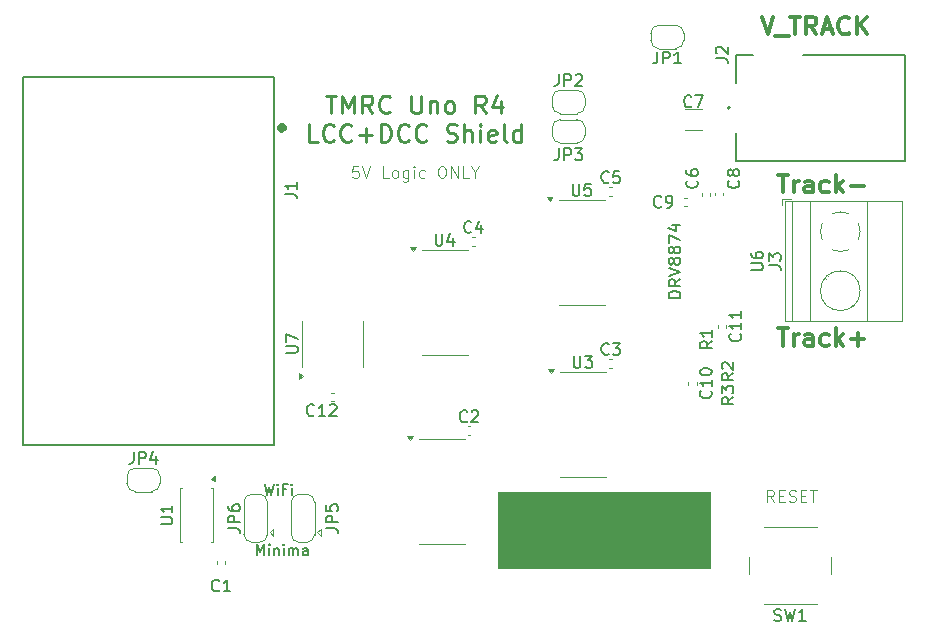
<source format=gbr>
%TF.GenerationSoftware,KiCad,Pcbnew,8.0.2*%
%TF.CreationDate,2024-05-09T00:29:02-05:00*%
%TF.ProjectId,Uno_R4_LCC_Shield,556e6f5f-5234-45f4-9c43-435f53686965,rev?*%
%TF.SameCoordinates,Original*%
%TF.FileFunction,Legend,Top*%
%TF.FilePolarity,Positive*%
%FSLAX46Y46*%
G04 Gerber Fmt 4.6, Leading zero omitted, Abs format (unit mm)*
G04 Created by KiCad (PCBNEW 8.0.2) date 2024-05-09 00:29:02*
%MOMM*%
%LPD*%
G01*
G04 APERTURE LIST*
%ADD10C,0.100000*%
%ADD11C,0.187500*%
%ADD12C,0.300000*%
%ADD13C,0.250000*%
%ADD14C,0.150000*%
%ADD15C,0.120000*%
%ADD16C,0.127000*%
%ADD17C,0.200000*%
%ADD18C,0.609600*%
G04 APERTURE END LIST*
D10*
X133000000Y-62500000D02*
X151000000Y-62500000D01*
X151000000Y-69000000D01*
X133000000Y-69000000D01*
X133000000Y-62500000D01*
G36*
X133000000Y-62500000D02*
G01*
X151000000Y-62500000D01*
X151000000Y-69000000D01*
X133000000Y-69000000D01*
X133000000Y-62500000D01*
G37*
X121190475Y-34957419D02*
X120714285Y-34957419D01*
X120714285Y-34957419D02*
X120666666Y-35433609D01*
X120666666Y-35433609D02*
X120714285Y-35385990D01*
X120714285Y-35385990D02*
X120809523Y-35338371D01*
X120809523Y-35338371D02*
X121047618Y-35338371D01*
X121047618Y-35338371D02*
X121142856Y-35385990D01*
X121142856Y-35385990D02*
X121190475Y-35433609D01*
X121190475Y-35433609D02*
X121238094Y-35528847D01*
X121238094Y-35528847D02*
X121238094Y-35766942D01*
X121238094Y-35766942D02*
X121190475Y-35862180D01*
X121190475Y-35862180D02*
X121142856Y-35909800D01*
X121142856Y-35909800D02*
X121047618Y-35957419D01*
X121047618Y-35957419D02*
X120809523Y-35957419D01*
X120809523Y-35957419D02*
X120714285Y-35909800D01*
X120714285Y-35909800D02*
X120666666Y-35862180D01*
X121523809Y-34957419D02*
X121857142Y-35957419D01*
X121857142Y-35957419D02*
X122190475Y-34957419D01*
X123761904Y-35957419D02*
X123285714Y-35957419D01*
X123285714Y-35957419D02*
X123285714Y-34957419D01*
X124238095Y-35957419D02*
X124142857Y-35909800D01*
X124142857Y-35909800D02*
X124095238Y-35862180D01*
X124095238Y-35862180D02*
X124047619Y-35766942D01*
X124047619Y-35766942D02*
X124047619Y-35481228D01*
X124047619Y-35481228D02*
X124095238Y-35385990D01*
X124095238Y-35385990D02*
X124142857Y-35338371D01*
X124142857Y-35338371D02*
X124238095Y-35290752D01*
X124238095Y-35290752D02*
X124380952Y-35290752D01*
X124380952Y-35290752D02*
X124476190Y-35338371D01*
X124476190Y-35338371D02*
X124523809Y-35385990D01*
X124523809Y-35385990D02*
X124571428Y-35481228D01*
X124571428Y-35481228D02*
X124571428Y-35766942D01*
X124571428Y-35766942D02*
X124523809Y-35862180D01*
X124523809Y-35862180D02*
X124476190Y-35909800D01*
X124476190Y-35909800D02*
X124380952Y-35957419D01*
X124380952Y-35957419D02*
X124238095Y-35957419D01*
X125428571Y-35290752D02*
X125428571Y-36100276D01*
X125428571Y-36100276D02*
X125380952Y-36195514D01*
X125380952Y-36195514D02*
X125333333Y-36243133D01*
X125333333Y-36243133D02*
X125238095Y-36290752D01*
X125238095Y-36290752D02*
X125095238Y-36290752D01*
X125095238Y-36290752D02*
X125000000Y-36243133D01*
X125428571Y-35909800D02*
X125333333Y-35957419D01*
X125333333Y-35957419D02*
X125142857Y-35957419D01*
X125142857Y-35957419D02*
X125047619Y-35909800D01*
X125047619Y-35909800D02*
X125000000Y-35862180D01*
X125000000Y-35862180D02*
X124952381Y-35766942D01*
X124952381Y-35766942D02*
X124952381Y-35481228D01*
X124952381Y-35481228D02*
X125000000Y-35385990D01*
X125000000Y-35385990D02*
X125047619Y-35338371D01*
X125047619Y-35338371D02*
X125142857Y-35290752D01*
X125142857Y-35290752D02*
X125333333Y-35290752D01*
X125333333Y-35290752D02*
X125428571Y-35338371D01*
X125904762Y-35957419D02*
X125904762Y-35290752D01*
X125904762Y-34957419D02*
X125857143Y-35005038D01*
X125857143Y-35005038D02*
X125904762Y-35052657D01*
X125904762Y-35052657D02*
X125952381Y-35005038D01*
X125952381Y-35005038D02*
X125904762Y-34957419D01*
X125904762Y-34957419D02*
X125904762Y-35052657D01*
X126809523Y-35909800D02*
X126714285Y-35957419D01*
X126714285Y-35957419D02*
X126523809Y-35957419D01*
X126523809Y-35957419D02*
X126428571Y-35909800D01*
X126428571Y-35909800D02*
X126380952Y-35862180D01*
X126380952Y-35862180D02*
X126333333Y-35766942D01*
X126333333Y-35766942D02*
X126333333Y-35481228D01*
X126333333Y-35481228D02*
X126380952Y-35385990D01*
X126380952Y-35385990D02*
X126428571Y-35338371D01*
X126428571Y-35338371D02*
X126523809Y-35290752D01*
X126523809Y-35290752D02*
X126714285Y-35290752D01*
X126714285Y-35290752D02*
X126809523Y-35338371D01*
X128190476Y-34957419D02*
X128380952Y-34957419D01*
X128380952Y-34957419D02*
X128476190Y-35005038D01*
X128476190Y-35005038D02*
X128571428Y-35100276D01*
X128571428Y-35100276D02*
X128619047Y-35290752D01*
X128619047Y-35290752D02*
X128619047Y-35624085D01*
X128619047Y-35624085D02*
X128571428Y-35814561D01*
X128571428Y-35814561D02*
X128476190Y-35909800D01*
X128476190Y-35909800D02*
X128380952Y-35957419D01*
X128380952Y-35957419D02*
X128190476Y-35957419D01*
X128190476Y-35957419D02*
X128095238Y-35909800D01*
X128095238Y-35909800D02*
X128000000Y-35814561D01*
X128000000Y-35814561D02*
X127952381Y-35624085D01*
X127952381Y-35624085D02*
X127952381Y-35290752D01*
X127952381Y-35290752D02*
X128000000Y-35100276D01*
X128000000Y-35100276D02*
X128095238Y-35005038D01*
X128095238Y-35005038D02*
X128190476Y-34957419D01*
X129047619Y-35957419D02*
X129047619Y-34957419D01*
X129047619Y-34957419D02*
X129619047Y-35957419D01*
X129619047Y-35957419D02*
X129619047Y-34957419D01*
X130571428Y-35957419D02*
X130095238Y-35957419D01*
X130095238Y-35957419D02*
X130095238Y-34957419D01*
X131095238Y-35481228D02*
X131095238Y-35957419D01*
X130761905Y-34957419D02*
X131095238Y-35481228D01*
X131095238Y-35481228D02*
X131428571Y-34957419D01*
D11*
X113251926Y-61863095D02*
X113466212Y-62763095D01*
X113466212Y-62763095D02*
X113637640Y-62120238D01*
X113637640Y-62120238D02*
X113809069Y-62763095D01*
X113809069Y-62763095D02*
X114023355Y-61863095D01*
X114366211Y-62763095D02*
X114366211Y-62163095D01*
X114366211Y-61863095D02*
X114323354Y-61905952D01*
X114323354Y-61905952D02*
X114366211Y-61948809D01*
X114366211Y-61948809D02*
X114409068Y-61905952D01*
X114409068Y-61905952D02*
X114366211Y-61863095D01*
X114366211Y-61863095D02*
X114366211Y-61948809D01*
X115094782Y-62291666D02*
X114794782Y-62291666D01*
X114794782Y-62763095D02*
X114794782Y-61863095D01*
X114794782Y-61863095D02*
X115223354Y-61863095D01*
X115566211Y-62763095D02*
X115566211Y-62163095D01*
X115566211Y-61863095D02*
X115523354Y-61905952D01*
X115523354Y-61905952D02*
X115566211Y-61948809D01*
X115566211Y-61948809D02*
X115609068Y-61905952D01*
X115609068Y-61905952D02*
X115566211Y-61863095D01*
X115566211Y-61863095D02*
X115566211Y-61948809D01*
D12*
X155340225Y-22300828D02*
X155840225Y-23800828D01*
X155840225Y-23800828D02*
X156340225Y-22300828D01*
X156483082Y-23943685D02*
X157625939Y-23943685D01*
X157768796Y-22300828D02*
X158625939Y-22300828D01*
X158197367Y-23800828D02*
X158197367Y-22300828D01*
X159983081Y-23800828D02*
X159483081Y-23086542D01*
X159125938Y-23800828D02*
X159125938Y-22300828D01*
X159125938Y-22300828D02*
X159697367Y-22300828D01*
X159697367Y-22300828D02*
X159840224Y-22372257D01*
X159840224Y-22372257D02*
X159911653Y-22443685D01*
X159911653Y-22443685D02*
X159983081Y-22586542D01*
X159983081Y-22586542D02*
X159983081Y-22800828D01*
X159983081Y-22800828D02*
X159911653Y-22943685D01*
X159911653Y-22943685D02*
X159840224Y-23015114D01*
X159840224Y-23015114D02*
X159697367Y-23086542D01*
X159697367Y-23086542D02*
X159125938Y-23086542D01*
X160554510Y-23372257D02*
X161268796Y-23372257D01*
X160411653Y-23800828D02*
X160911653Y-22300828D01*
X160911653Y-22300828D02*
X161411653Y-23800828D01*
X162768795Y-23657971D02*
X162697367Y-23729400D01*
X162697367Y-23729400D02*
X162483081Y-23800828D01*
X162483081Y-23800828D02*
X162340224Y-23800828D01*
X162340224Y-23800828D02*
X162125938Y-23729400D01*
X162125938Y-23729400D02*
X161983081Y-23586542D01*
X161983081Y-23586542D02*
X161911652Y-23443685D01*
X161911652Y-23443685D02*
X161840224Y-23157971D01*
X161840224Y-23157971D02*
X161840224Y-22943685D01*
X161840224Y-22943685D02*
X161911652Y-22657971D01*
X161911652Y-22657971D02*
X161983081Y-22515114D01*
X161983081Y-22515114D02*
X162125938Y-22372257D01*
X162125938Y-22372257D02*
X162340224Y-22300828D01*
X162340224Y-22300828D02*
X162483081Y-22300828D01*
X162483081Y-22300828D02*
X162697367Y-22372257D01*
X162697367Y-22372257D02*
X162768795Y-22443685D01*
X163411652Y-23800828D02*
X163411652Y-22300828D01*
X164268795Y-23800828D02*
X163625938Y-22943685D01*
X164268795Y-22300828D02*
X163411652Y-23157971D01*
D11*
X112610561Y-67880107D02*
X112610561Y-66980107D01*
X112610561Y-66980107D02*
X112910561Y-67622964D01*
X112910561Y-67622964D02*
X113210561Y-66980107D01*
X113210561Y-66980107D02*
X113210561Y-67880107D01*
X113639132Y-67880107D02*
X113639132Y-67280107D01*
X113639132Y-66980107D02*
X113596275Y-67022964D01*
X113596275Y-67022964D02*
X113639132Y-67065821D01*
X113639132Y-67065821D02*
X113681989Y-67022964D01*
X113681989Y-67022964D02*
X113639132Y-66980107D01*
X113639132Y-66980107D02*
X113639132Y-67065821D01*
X114067703Y-67280107D02*
X114067703Y-67880107D01*
X114067703Y-67365821D02*
X114110560Y-67322964D01*
X114110560Y-67322964D02*
X114196275Y-67280107D01*
X114196275Y-67280107D02*
X114324846Y-67280107D01*
X114324846Y-67280107D02*
X114410560Y-67322964D01*
X114410560Y-67322964D02*
X114453418Y-67408678D01*
X114453418Y-67408678D02*
X114453418Y-67880107D01*
X114881989Y-67880107D02*
X114881989Y-67280107D01*
X114881989Y-66980107D02*
X114839132Y-67022964D01*
X114839132Y-67022964D02*
X114881989Y-67065821D01*
X114881989Y-67065821D02*
X114924846Y-67022964D01*
X114924846Y-67022964D02*
X114881989Y-66980107D01*
X114881989Y-66980107D02*
X114881989Y-67065821D01*
X115310560Y-67880107D02*
X115310560Y-67280107D01*
X115310560Y-67365821D02*
X115353417Y-67322964D01*
X115353417Y-67322964D02*
X115439132Y-67280107D01*
X115439132Y-67280107D02*
X115567703Y-67280107D01*
X115567703Y-67280107D02*
X115653417Y-67322964D01*
X115653417Y-67322964D02*
X115696275Y-67408678D01*
X115696275Y-67408678D02*
X115696275Y-67880107D01*
X115696275Y-67408678D02*
X115739132Y-67322964D01*
X115739132Y-67322964D02*
X115824846Y-67280107D01*
X115824846Y-67280107D02*
X115953417Y-67280107D01*
X115953417Y-67280107D02*
X116039132Y-67322964D01*
X116039132Y-67322964D02*
X116081989Y-67408678D01*
X116081989Y-67408678D02*
X116081989Y-67880107D01*
X116896275Y-67880107D02*
X116896275Y-67408678D01*
X116896275Y-67408678D02*
X116853417Y-67322964D01*
X116853417Y-67322964D02*
X116767703Y-67280107D01*
X116767703Y-67280107D02*
X116596275Y-67280107D01*
X116596275Y-67280107D02*
X116510560Y-67322964D01*
X116896275Y-67837250D02*
X116810560Y-67880107D01*
X116810560Y-67880107D02*
X116596275Y-67880107D01*
X116596275Y-67880107D02*
X116510560Y-67837250D01*
X116510560Y-67837250D02*
X116467703Y-67751535D01*
X116467703Y-67751535D02*
X116467703Y-67665821D01*
X116467703Y-67665821D02*
X116510560Y-67580107D01*
X116510560Y-67580107D02*
X116596275Y-67537250D01*
X116596275Y-67537250D02*
X116810560Y-67537250D01*
X116810560Y-67537250D02*
X116896275Y-67494392D01*
D12*
X156750000Y-48678328D02*
X157607143Y-48678328D01*
X157178571Y-50178328D02*
X157178571Y-48678328D01*
X158107142Y-50178328D02*
X158107142Y-49178328D01*
X158107142Y-49464042D02*
X158178571Y-49321185D01*
X158178571Y-49321185D02*
X158250000Y-49249757D01*
X158250000Y-49249757D02*
X158392857Y-49178328D01*
X158392857Y-49178328D02*
X158535714Y-49178328D01*
X159678571Y-50178328D02*
X159678571Y-49392614D01*
X159678571Y-49392614D02*
X159607142Y-49249757D01*
X159607142Y-49249757D02*
X159464285Y-49178328D01*
X159464285Y-49178328D02*
X159178571Y-49178328D01*
X159178571Y-49178328D02*
X159035713Y-49249757D01*
X159678571Y-50106900D02*
X159535713Y-50178328D01*
X159535713Y-50178328D02*
X159178571Y-50178328D01*
X159178571Y-50178328D02*
X159035713Y-50106900D01*
X159035713Y-50106900D02*
X158964285Y-49964042D01*
X158964285Y-49964042D02*
X158964285Y-49821185D01*
X158964285Y-49821185D02*
X159035713Y-49678328D01*
X159035713Y-49678328D02*
X159178571Y-49606900D01*
X159178571Y-49606900D02*
X159535713Y-49606900D01*
X159535713Y-49606900D02*
X159678571Y-49535471D01*
X161035714Y-50106900D02*
X160892856Y-50178328D01*
X160892856Y-50178328D02*
X160607142Y-50178328D01*
X160607142Y-50178328D02*
X160464285Y-50106900D01*
X160464285Y-50106900D02*
X160392856Y-50035471D01*
X160392856Y-50035471D02*
X160321428Y-49892614D01*
X160321428Y-49892614D02*
X160321428Y-49464042D01*
X160321428Y-49464042D02*
X160392856Y-49321185D01*
X160392856Y-49321185D02*
X160464285Y-49249757D01*
X160464285Y-49249757D02*
X160607142Y-49178328D01*
X160607142Y-49178328D02*
X160892856Y-49178328D01*
X160892856Y-49178328D02*
X161035714Y-49249757D01*
X161678570Y-50178328D02*
X161678570Y-48678328D01*
X161821428Y-49606900D02*
X162249999Y-50178328D01*
X162249999Y-49178328D02*
X161678570Y-49749757D01*
X162892856Y-49606900D02*
X164035714Y-49606900D01*
X163464285Y-50178328D02*
X163464285Y-49035471D01*
X156750000Y-35678328D02*
X157607143Y-35678328D01*
X157178571Y-37178328D02*
X157178571Y-35678328D01*
X158107142Y-37178328D02*
X158107142Y-36178328D01*
X158107142Y-36464042D02*
X158178571Y-36321185D01*
X158178571Y-36321185D02*
X158250000Y-36249757D01*
X158250000Y-36249757D02*
X158392857Y-36178328D01*
X158392857Y-36178328D02*
X158535714Y-36178328D01*
X159678571Y-37178328D02*
X159678571Y-36392614D01*
X159678571Y-36392614D02*
X159607142Y-36249757D01*
X159607142Y-36249757D02*
X159464285Y-36178328D01*
X159464285Y-36178328D02*
X159178571Y-36178328D01*
X159178571Y-36178328D02*
X159035713Y-36249757D01*
X159678571Y-37106900D02*
X159535713Y-37178328D01*
X159535713Y-37178328D02*
X159178571Y-37178328D01*
X159178571Y-37178328D02*
X159035713Y-37106900D01*
X159035713Y-37106900D02*
X158964285Y-36964042D01*
X158964285Y-36964042D02*
X158964285Y-36821185D01*
X158964285Y-36821185D02*
X159035713Y-36678328D01*
X159035713Y-36678328D02*
X159178571Y-36606900D01*
X159178571Y-36606900D02*
X159535713Y-36606900D01*
X159535713Y-36606900D02*
X159678571Y-36535471D01*
X161035714Y-37106900D02*
X160892856Y-37178328D01*
X160892856Y-37178328D02*
X160607142Y-37178328D01*
X160607142Y-37178328D02*
X160464285Y-37106900D01*
X160464285Y-37106900D02*
X160392856Y-37035471D01*
X160392856Y-37035471D02*
X160321428Y-36892614D01*
X160321428Y-36892614D02*
X160321428Y-36464042D01*
X160321428Y-36464042D02*
X160392856Y-36321185D01*
X160392856Y-36321185D02*
X160464285Y-36249757D01*
X160464285Y-36249757D02*
X160607142Y-36178328D01*
X160607142Y-36178328D02*
X160892856Y-36178328D01*
X160892856Y-36178328D02*
X161035714Y-36249757D01*
X161678570Y-37178328D02*
X161678570Y-35678328D01*
X161821428Y-36606900D02*
X162249999Y-37178328D01*
X162249999Y-36178328D02*
X161678570Y-36749757D01*
X162892856Y-36606900D02*
X164035714Y-36606900D01*
D13*
X118464286Y-28973470D02*
X119321429Y-28973470D01*
X118892857Y-30473470D02*
X118892857Y-28973470D01*
X119821428Y-30473470D02*
X119821428Y-28973470D01*
X119821428Y-28973470D02*
X120321428Y-30044899D01*
X120321428Y-30044899D02*
X120821428Y-28973470D01*
X120821428Y-28973470D02*
X120821428Y-30473470D01*
X122392857Y-30473470D02*
X121892857Y-29759184D01*
X121535714Y-30473470D02*
X121535714Y-28973470D01*
X121535714Y-28973470D02*
X122107143Y-28973470D01*
X122107143Y-28973470D02*
X122250000Y-29044899D01*
X122250000Y-29044899D02*
X122321429Y-29116327D01*
X122321429Y-29116327D02*
X122392857Y-29259184D01*
X122392857Y-29259184D02*
X122392857Y-29473470D01*
X122392857Y-29473470D02*
X122321429Y-29616327D01*
X122321429Y-29616327D02*
X122250000Y-29687756D01*
X122250000Y-29687756D02*
X122107143Y-29759184D01*
X122107143Y-29759184D02*
X121535714Y-29759184D01*
X123892857Y-30330613D02*
X123821429Y-30402042D01*
X123821429Y-30402042D02*
X123607143Y-30473470D01*
X123607143Y-30473470D02*
X123464286Y-30473470D01*
X123464286Y-30473470D02*
X123250000Y-30402042D01*
X123250000Y-30402042D02*
X123107143Y-30259184D01*
X123107143Y-30259184D02*
X123035714Y-30116327D01*
X123035714Y-30116327D02*
X122964286Y-29830613D01*
X122964286Y-29830613D02*
X122964286Y-29616327D01*
X122964286Y-29616327D02*
X123035714Y-29330613D01*
X123035714Y-29330613D02*
X123107143Y-29187756D01*
X123107143Y-29187756D02*
X123250000Y-29044899D01*
X123250000Y-29044899D02*
X123464286Y-28973470D01*
X123464286Y-28973470D02*
X123607143Y-28973470D01*
X123607143Y-28973470D02*
X123821429Y-29044899D01*
X123821429Y-29044899D02*
X123892857Y-29116327D01*
X125678571Y-28973470D02*
X125678571Y-30187756D01*
X125678571Y-30187756D02*
X125750000Y-30330613D01*
X125750000Y-30330613D02*
X125821429Y-30402042D01*
X125821429Y-30402042D02*
X125964286Y-30473470D01*
X125964286Y-30473470D02*
X126250000Y-30473470D01*
X126250000Y-30473470D02*
X126392857Y-30402042D01*
X126392857Y-30402042D02*
X126464286Y-30330613D01*
X126464286Y-30330613D02*
X126535714Y-30187756D01*
X126535714Y-30187756D02*
X126535714Y-28973470D01*
X127250000Y-29473470D02*
X127250000Y-30473470D01*
X127250000Y-29616327D02*
X127321429Y-29544899D01*
X127321429Y-29544899D02*
X127464286Y-29473470D01*
X127464286Y-29473470D02*
X127678572Y-29473470D01*
X127678572Y-29473470D02*
X127821429Y-29544899D01*
X127821429Y-29544899D02*
X127892858Y-29687756D01*
X127892858Y-29687756D02*
X127892858Y-30473470D01*
X128821429Y-30473470D02*
X128678572Y-30402042D01*
X128678572Y-30402042D02*
X128607143Y-30330613D01*
X128607143Y-30330613D02*
X128535715Y-30187756D01*
X128535715Y-30187756D02*
X128535715Y-29759184D01*
X128535715Y-29759184D02*
X128607143Y-29616327D01*
X128607143Y-29616327D02*
X128678572Y-29544899D01*
X128678572Y-29544899D02*
X128821429Y-29473470D01*
X128821429Y-29473470D02*
X129035715Y-29473470D01*
X129035715Y-29473470D02*
X129178572Y-29544899D01*
X129178572Y-29544899D02*
X129250001Y-29616327D01*
X129250001Y-29616327D02*
X129321429Y-29759184D01*
X129321429Y-29759184D02*
X129321429Y-30187756D01*
X129321429Y-30187756D02*
X129250001Y-30330613D01*
X129250001Y-30330613D02*
X129178572Y-30402042D01*
X129178572Y-30402042D02*
X129035715Y-30473470D01*
X129035715Y-30473470D02*
X128821429Y-30473470D01*
X131964286Y-30473470D02*
X131464286Y-29759184D01*
X131107143Y-30473470D02*
X131107143Y-28973470D01*
X131107143Y-28973470D02*
X131678572Y-28973470D01*
X131678572Y-28973470D02*
X131821429Y-29044899D01*
X131821429Y-29044899D02*
X131892858Y-29116327D01*
X131892858Y-29116327D02*
X131964286Y-29259184D01*
X131964286Y-29259184D02*
X131964286Y-29473470D01*
X131964286Y-29473470D02*
X131892858Y-29616327D01*
X131892858Y-29616327D02*
X131821429Y-29687756D01*
X131821429Y-29687756D02*
X131678572Y-29759184D01*
X131678572Y-29759184D02*
X131107143Y-29759184D01*
X133250001Y-29473470D02*
X133250001Y-30473470D01*
X132892858Y-28902042D02*
X132535715Y-29973470D01*
X132535715Y-29973470D02*
X133464286Y-29973470D01*
X117750000Y-32888386D02*
X117035714Y-32888386D01*
X117035714Y-32888386D02*
X117035714Y-31388386D01*
X119107143Y-32745529D02*
X119035715Y-32816958D01*
X119035715Y-32816958D02*
X118821429Y-32888386D01*
X118821429Y-32888386D02*
X118678572Y-32888386D01*
X118678572Y-32888386D02*
X118464286Y-32816958D01*
X118464286Y-32816958D02*
X118321429Y-32674100D01*
X118321429Y-32674100D02*
X118250000Y-32531243D01*
X118250000Y-32531243D02*
X118178572Y-32245529D01*
X118178572Y-32245529D02*
X118178572Y-32031243D01*
X118178572Y-32031243D02*
X118250000Y-31745529D01*
X118250000Y-31745529D02*
X118321429Y-31602672D01*
X118321429Y-31602672D02*
X118464286Y-31459815D01*
X118464286Y-31459815D02*
X118678572Y-31388386D01*
X118678572Y-31388386D02*
X118821429Y-31388386D01*
X118821429Y-31388386D02*
X119035715Y-31459815D01*
X119035715Y-31459815D02*
X119107143Y-31531243D01*
X120607143Y-32745529D02*
X120535715Y-32816958D01*
X120535715Y-32816958D02*
X120321429Y-32888386D01*
X120321429Y-32888386D02*
X120178572Y-32888386D01*
X120178572Y-32888386D02*
X119964286Y-32816958D01*
X119964286Y-32816958D02*
X119821429Y-32674100D01*
X119821429Y-32674100D02*
X119750000Y-32531243D01*
X119750000Y-32531243D02*
X119678572Y-32245529D01*
X119678572Y-32245529D02*
X119678572Y-32031243D01*
X119678572Y-32031243D02*
X119750000Y-31745529D01*
X119750000Y-31745529D02*
X119821429Y-31602672D01*
X119821429Y-31602672D02*
X119964286Y-31459815D01*
X119964286Y-31459815D02*
X120178572Y-31388386D01*
X120178572Y-31388386D02*
X120321429Y-31388386D01*
X120321429Y-31388386D02*
X120535715Y-31459815D01*
X120535715Y-31459815D02*
X120607143Y-31531243D01*
X121250000Y-32316958D02*
X122392858Y-32316958D01*
X121821429Y-32888386D02*
X121821429Y-31745529D01*
X123107143Y-32888386D02*
X123107143Y-31388386D01*
X123107143Y-31388386D02*
X123464286Y-31388386D01*
X123464286Y-31388386D02*
X123678572Y-31459815D01*
X123678572Y-31459815D02*
X123821429Y-31602672D01*
X123821429Y-31602672D02*
X123892858Y-31745529D01*
X123892858Y-31745529D02*
X123964286Y-32031243D01*
X123964286Y-32031243D02*
X123964286Y-32245529D01*
X123964286Y-32245529D02*
X123892858Y-32531243D01*
X123892858Y-32531243D02*
X123821429Y-32674100D01*
X123821429Y-32674100D02*
X123678572Y-32816958D01*
X123678572Y-32816958D02*
X123464286Y-32888386D01*
X123464286Y-32888386D02*
X123107143Y-32888386D01*
X125464286Y-32745529D02*
X125392858Y-32816958D01*
X125392858Y-32816958D02*
X125178572Y-32888386D01*
X125178572Y-32888386D02*
X125035715Y-32888386D01*
X125035715Y-32888386D02*
X124821429Y-32816958D01*
X124821429Y-32816958D02*
X124678572Y-32674100D01*
X124678572Y-32674100D02*
X124607143Y-32531243D01*
X124607143Y-32531243D02*
X124535715Y-32245529D01*
X124535715Y-32245529D02*
X124535715Y-32031243D01*
X124535715Y-32031243D02*
X124607143Y-31745529D01*
X124607143Y-31745529D02*
X124678572Y-31602672D01*
X124678572Y-31602672D02*
X124821429Y-31459815D01*
X124821429Y-31459815D02*
X125035715Y-31388386D01*
X125035715Y-31388386D02*
X125178572Y-31388386D01*
X125178572Y-31388386D02*
X125392858Y-31459815D01*
X125392858Y-31459815D02*
X125464286Y-31531243D01*
X126964286Y-32745529D02*
X126892858Y-32816958D01*
X126892858Y-32816958D02*
X126678572Y-32888386D01*
X126678572Y-32888386D02*
X126535715Y-32888386D01*
X126535715Y-32888386D02*
X126321429Y-32816958D01*
X126321429Y-32816958D02*
X126178572Y-32674100D01*
X126178572Y-32674100D02*
X126107143Y-32531243D01*
X126107143Y-32531243D02*
X126035715Y-32245529D01*
X126035715Y-32245529D02*
X126035715Y-32031243D01*
X126035715Y-32031243D02*
X126107143Y-31745529D01*
X126107143Y-31745529D02*
X126178572Y-31602672D01*
X126178572Y-31602672D02*
X126321429Y-31459815D01*
X126321429Y-31459815D02*
X126535715Y-31388386D01*
X126535715Y-31388386D02*
X126678572Y-31388386D01*
X126678572Y-31388386D02*
X126892858Y-31459815D01*
X126892858Y-31459815D02*
X126964286Y-31531243D01*
X128678572Y-32816958D02*
X128892858Y-32888386D01*
X128892858Y-32888386D02*
X129250000Y-32888386D01*
X129250000Y-32888386D02*
X129392858Y-32816958D01*
X129392858Y-32816958D02*
X129464286Y-32745529D01*
X129464286Y-32745529D02*
X129535715Y-32602672D01*
X129535715Y-32602672D02*
X129535715Y-32459815D01*
X129535715Y-32459815D02*
X129464286Y-32316958D01*
X129464286Y-32316958D02*
X129392858Y-32245529D01*
X129392858Y-32245529D02*
X129250000Y-32174100D01*
X129250000Y-32174100D02*
X128964286Y-32102672D01*
X128964286Y-32102672D02*
X128821429Y-32031243D01*
X128821429Y-32031243D02*
X128750000Y-31959815D01*
X128750000Y-31959815D02*
X128678572Y-31816958D01*
X128678572Y-31816958D02*
X128678572Y-31674100D01*
X128678572Y-31674100D02*
X128750000Y-31531243D01*
X128750000Y-31531243D02*
X128821429Y-31459815D01*
X128821429Y-31459815D02*
X128964286Y-31388386D01*
X128964286Y-31388386D02*
X129321429Y-31388386D01*
X129321429Y-31388386D02*
X129535715Y-31459815D01*
X130178571Y-32888386D02*
X130178571Y-31388386D01*
X130821429Y-32888386D02*
X130821429Y-32102672D01*
X130821429Y-32102672D02*
X130750000Y-31959815D01*
X130750000Y-31959815D02*
X130607143Y-31888386D01*
X130607143Y-31888386D02*
X130392857Y-31888386D01*
X130392857Y-31888386D02*
X130250000Y-31959815D01*
X130250000Y-31959815D02*
X130178571Y-32031243D01*
X131535714Y-32888386D02*
X131535714Y-31888386D01*
X131535714Y-31388386D02*
X131464286Y-31459815D01*
X131464286Y-31459815D02*
X131535714Y-31531243D01*
X131535714Y-31531243D02*
X131607143Y-31459815D01*
X131607143Y-31459815D02*
X131535714Y-31388386D01*
X131535714Y-31388386D02*
X131535714Y-31531243D01*
X132821429Y-32816958D02*
X132678572Y-32888386D01*
X132678572Y-32888386D02*
X132392858Y-32888386D01*
X132392858Y-32888386D02*
X132250000Y-32816958D01*
X132250000Y-32816958D02*
X132178572Y-32674100D01*
X132178572Y-32674100D02*
X132178572Y-32102672D01*
X132178572Y-32102672D02*
X132250000Y-31959815D01*
X132250000Y-31959815D02*
X132392858Y-31888386D01*
X132392858Y-31888386D02*
X132678572Y-31888386D01*
X132678572Y-31888386D02*
X132821429Y-31959815D01*
X132821429Y-31959815D02*
X132892858Y-32102672D01*
X132892858Y-32102672D02*
X132892858Y-32245529D01*
X132892858Y-32245529D02*
X132178572Y-32388386D01*
X133750000Y-32888386D02*
X133607143Y-32816958D01*
X133607143Y-32816958D02*
X133535714Y-32674100D01*
X133535714Y-32674100D02*
X133535714Y-31388386D01*
X134964286Y-32888386D02*
X134964286Y-31388386D01*
X134964286Y-32816958D02*
X134821428Y-32888386D01*
X134821428Y-32888386D02*
X134535714Y-32888386D01*
X134535714Y-32888386D02*
X134392857Y-32816958D01*
X134392857Y-32816958D02*
X134321428Y-32745529D01*
X134321428Y-32745529D02*
X134250000Y-32602672D01*
X134250000Y-32602672D02*
X134250000Y-32174100D01*
X134250000Y-32174100D02*
X134321428Y-32031243D01*
X134321428Y-32031243D02*
X134392857Y-31959815D01*
X134392857Y-31959815D02*
X134535714Y-31888386D01*
X134535714Y-31888386D02*
X134821428Y-31888386D01*
X134821428Y-31888386D02*
X134964286Y-31959815D01*
D10*
X156375312Y-63372419D02*
X156041979Y-62896228D01*
X155803884Y-63372419D02*
X155803884Y-62372419D01*
X155803884Y-62372419D02*
X156184836Y-62372419D01*
X156184836Y-62372419D02*
X156280074Y-62420038D01*
X156280074Y-62420038D02*
X156327693Y-62467657D01*
X156327693Y-62467657D02*
X156375312Y-62562895D01*
X156375312Y-62562895D02*
X156375312Y-62705752D01*
X156375312Y-62705752D02*
X156327693Y-62800990D01*
X156327693Y-62800990D02*
X156280074Y-62848609D01*
X156280074Y-62848609D02*
X156184836Y-62896228D01*
X156184836Y-62896228D02*
X155803884Y-62896228D01*
X156803884Y-62848609D02*
X157137217Y-62848609D01*
X157280074Y-63372419D02*
X156803884Y-63372419D01*
X156803884Y-63372419D02*
X156803884Y-62372419D01*
X156803884Y-62372419D02*
X157280074Y-62372419D01*
X157661027Y-63324800D02*
X157803884Y-63372419D01*
X157803884Y-63372419D02*
X158041979Y-63372419D01*
X158041979Y-63372419D02*
X158137217Y-63324800D01*
X158137217Y-63324800D02*
X158184836Y-63277180D01*
X158184836Y-63277180D02*
X158232455Y-63181942D01*
X158232455Y-63181942D02*
X158232455Y-63086704D01*
X158232455Y-63086704D02*
X158184836Y-62991466D01*
X158184836Y-62991466D02*
X158137217Y-62943847D01*
X158137217Y-62943847D02*
X158041979Y-62896228D01*
X158041979Y-62896228D02*
X157851503Y-62848609D01*
X157851503Y-62848609D02*
X157756265Y-62800990D01*
X157756265Y-62800990D02*
X157708646Y-62753371D01*
X157708646Y-62753371D02*
X157661027Y-62658133D01*
X157661027Y-62658133D02*
X157661027Y-62562895D01*
X157661027Y-62562895D02*
X157708646Y-62467657D01*
X157708646Y-62467657D02*
X157756265Y-62420038D01*
X157756265Y-62420038D02*
X157851503Y-62372419D01*
X157851503Y-62372419D02*
X158089598Y-62372419D01*
X158089598Y-62372419D02*
X158232455Y-62420038D01*
X158661027Y-62848609D02*
X158994360Y-62848609D01*
X159137217Y-63372419D02*
X158661027Y-63372419D01*
X158661027Y-63372419D02*
X158661027Y-62372419D01*
X158661027Y-62372419D02*
X159137217Y-62372419D01*
X159422932Y-62372419D02*
X159994360Y-62372419D01*
X159708646Y-63372419D02*
X159708646Y-62372419D01*
D14*
X149381055Y-29864979D02*
X149333436Y-29912599D01*
X149333436Y-29912599D02*
X149190579Y-29960218D01*
X149190579Y-29960218D02*
X149095341Y-29960218D01*
X149095341Y-29960218D02*
X148952484Y-29912599D01*
X148952484Y-29912599D02*
X148857246Y-29817360D01*
X148857246Y-29817360D02*
X148809627Y-29722122D01*
X148809627Y-29722122D02*
X148762008Y-29531646D01*
X148762008Y-29531646D02*
X148762008Y-29388789D01*
X148762008Y-29388789D02*
X148809627Y-29198313D01*
X148809627Y-29198313D02*
X148857246Y-29103075D01*
X148857246Y-29103075D02*
X148952484Y-29007837D01*
X148952484Y-29007837D02*
X149095341Y-28960218D01*
X149095341Y-28960218D02*
X149190579Y-28960218D01*
X149190579Y-28960218D02*
X149333436Y-29007837D01*
X149333436Y-29007837D02*
X149381055Y-29055456D01*
X149714389Y-28960218D02*
X150381055Y-28960218D01*
X150381055Y-28960218D02*
X149952484Y-29960218D01*
X152954819Y-52504166D02*
X152478628Y-52837499D01*
X152954819Y-53075594D02*
X151954819Y-53075594D01*
X151954819Y-53075594D02*
X151954819Y-52694642D01*
X151954819Y-52694642D02*
X152002438Y-52599404D01*
X152002438Y-52599404D02*
X152050057Y-52551785D01*
X152050057Y-52551785D02*
X152145295Y-52504166D01*
X152145295Y-52504166D02*
X152288152Y-52504166D01*
X152288152Y-52504166D02*
X152383390Y-52551785D01*
X152383390Y-52551785D02*
X152431009Y-52599404D01*
X152431009Y-52599404D02*
X152478628Y-52694642D01*
X152478628Y-52694642D02*
X152478628Y-53075594D01*
X152050057Y-52123213D02*
X152002438Y-52075594D01*
X152002438Y-52075594D02*
X151954819Y-51980356D01*
X151954819Y-51980356D02*
X151954819Y-51742261D01*
X151954819Y-51742261D02*
X152002438Y-51647023D01*
X152002438Y-51647023D02*
X152050057Y-51599404D01*
X152050057Y-51599404D02*
X152145295Y-51551785D01*
X152145295Y-51551785D02*
X152240533Y-51551785D01*
X152240533Y-51551785D02*
X152383390Y-51599404D01*
X152383390Y-51599404D02*
X152954819Y-52170832D01*
X152954819Y-52170832D02*
X152954819Y-51551785D01*
X130400833Y-56537080D02*
X130353214Y-56584700D01*
X130353214Y-56584700D02*
X130210357Y-56632319D01*
X130210357Y-56632319D02*
X130115119Y-56632319D01*
X130115119Y-56632319D02*
X129972262Y-56584700D01*
X129972262Y-56584700D02*
X129877024Y-56489461D01*
X129877024Y-56489461D02*
X129829405Y-56394223D01*
X129829405Y-56394223D02*
X129781786Y-56203747D01*
X129781786Y-56203747D02*
X129781786Y-56060890D01*
X129781786Y-56060890D02*
X129829405Y-55870414D01*
X129829405Y-55870414D02*
X129877024Y-55775176D01*
X129877024Y-55775176D02*
X129972262Y-55679938D01*
X129972262Y-55679938D02*
X130115119Y-55632319D01*
X130115119Y-55632319D02*
X130210357Y-55632319D01*
X130210357Y-55632319D02*
X130353214Y-55679938D01*
X130353214Y-55679938D02*
X130400833Y-55727557D01*
X130781786Y-55727557D02*
X130829405Y-55679938D01*
X130829405Y-55679938D02*
X130924643Y-55632319D01*
X130924643Y-55632319D02*
X131162738Y-55632319D01*
X131162738Y-55632319D02*
X131257976Y-55679938D01*
X131257976Y-55679938D02*
X131305595Y-55727557D01*
X131305595Y-55727557D02*
X131353214Y-55822795D01*
X131353214Y-55822795D02*
X131353214Y-55918033D01*
X131353214Y-55918033D02*
X131305595Y-56060890D01*
X131305595Y-56060890D02*
X130734167Y-56632319D01*
X130734167Y-56632319D02*
X131353214Y-56632319D01*
X138166666Y-27154819D02*
X138166666Y-27869104D01*
X138166666Y-27869104D02*
X138119047Y-28011961D01*
X138119047Y-28011961D02*
X138023809Y-28107200D01*
X138023809Y-28107200D02*
X137880952Y-28154819D01*
X137880952Y-28154819D02*
X137785714Y-28154819D01*
X138642857Y-28154819D02*
X138642857Y-27154819D01*
X138642857Y-27154819D02*
X139023809Y-27154819D01*
X139023809Y-27154819D02*
X139119047Y-27202438D01*
X139119047Y-27202438D02*
X139166666Y-27250057D01*
X139166666Y-27250057D02*
X139214285Y-27345295D01*
X139214285Y-27345295D02*
X139214285Y-27488152D01*
X139214285Y-27488152D02*
X139166666Y-27583390D01*
X139166666Y-27583390D02*
X139119047Y-27631009D01*
X139119047Y-27631009D02*
X139023809Y-27678628D01*
X139023809Y-27678628D02*
X138642857Y-27678628D01*
X139595238Y-27250057D02*
X139642857Y-27202438D01*
X139642857Y-27202438D02*
X139738095Y-27154819D01*
X139738095Y-27154819D02*
X139976190Y-27154819D01*
X139976190Y-27154819D02*
X140071428Y-27202438D01*
X140071428Y-27202438D02*
X140119047Y-27250057D01*
X140119047Y-27250057D02*
X140166666Y-27345295D01*
X140166666Y-27345295D02*
X140166666Y-27440533D01*
X140166666Y-27440533D02*
X140119047Y-27583390D01*
X140119047Y-27583390D02*
X139547619Y-28154819D01*
X139547619Y-28154819D02*
X140166666Y-28154819D01*
X153359539Y-36166681D02*
X153407159Y-36214300D01*
X153407159Y-36214300D02*
X153454778Y-36357157D01*
X153454778Y-36357157D02*
X153454778Y-36452395D01*
X153454778Y-36452395D02*
X153407159Y-36595252D01*
X153407159Y-36595252D02*
X153311920Y-36690490D01*
X153311920Y-36690490D02*
X153216682Y-36738109D01*
X153216682Y-36738109D02*
X153026206Y-36785728D01*
X153026206Y-36785728D02*
X152883349Y-36785728D01*
X152883349Y-36785728D02*
X152692873Y-36738109D01*
X152692873Y-36738109D02*
X152597635Y-36690490D01*
X152597635Y-36690490D02*
X152502397Y-36595252D01*
X152502397Y-36595252D02*
X152454778Y-36452395D01*
X152454778Y-36452395D02*
X152454778Y-36357157D01*
X152454778Y-36357157D02*
X152502397Y-36214300D01*
X152502397Y-36214300D02*
X152550016Y-36166681D01*
X152883349Y-35595252D02*
X152835730Y-35690490D01*
X152835730Y-35690490D02*
X152788111Y-35738109D01*
X152788111Y-35738109D02*
X152692873Y-35785728D01*
X152692873Y-35785728D02*
X152645254Y-35785728D01*
X152645254Y-35785728D02*
X152550016Y-35738109D01*
X152550016Y-35738109D02*
X152502397Y-35690490D01*
X152502397Y-35690490D02*
X152454778Y-35595252D01*
X152454778Y-35595252D02*
X152454778Y-35404776D01*
X152454778Y-35404776D02*
X152502397Y-35309538D01*
X152502397Y-35309538D02*
X152550016Y-35261919D01*
X152550016Y-35261919D02*
X152645254Y-35214300D01*
X152645254Y-35214300D02*
X152692873Y-35214300D01*
X152692873Y-35214300D02*
X152788111Y-35261919D01*
X152788111Y-35261919D02*
X152835730Y-35309538D01*
X152835730Y-35309538D02*
X152883349Y-35404776D01*
X152883349Y-35404776D02*
X152883349Y-35595252D01*
X152883349Y-35595252D02*
X152930968Y-35690490D01*
X152930968Y-35690490D02*
X152978587Y-35738109D01*
X152978587Y-35738109D02*
X153073825Y-35785728D01*
X153073825Y-35785728D02*
X153264301Y-35785728D01*
X153264301Y-35785728D02*
X153359539Y-35738109D01*
X153359539Y-35738109D02*
X153407159Y-35690490D01*
X153407159Y-35690490D02*
X153454778Y-35595252D01*
X153454778Y-35595252D02*
X153454778Y-35404776D01*
X153454778Y-35404776D02*
X153407159Y-35309538D01*
X153407159Y-35309538D02*
X153359539Y-35261919D01*
X153359539Y-35261919D02*
X153264301Y-35214300D01*
X153264301Y-35214300D02*
X153073825Y-35214300D01*
X153073825Y-35214300D02*
X152978587Y-35261919D01*
X152978587Y-35261919D02*
X152930968Y-35309538D01*
X152930968Y-35309538D02*
X152883349Y-35404776D01*
X139330595Y-36458519D02*
X139330595Y-37268042D01*
X139330595Y-37268042D02*
X139378214Y-37363280D01*
X139378214Y-37363280D02*
X139425833Y-37410900D01*
X139425833Y-37410900D02*
X139521071Y-37458519D01*
X139521071Y-37458519D02*
X139711547Y-37458519D01*
X139711547Y-37458519D02*
X139806785Y-37410900D01*
X139806785Y-37410900D02*
X139854404Y-37363280D01*
X139854404Y-37363280D02*
X139902023Y-37268042D01*
X139902023Y-37268042D02*
X139902023Y-36458519D01*
X140854404Y-36458519D02*
X140378214Y-36458519D01*
X140378214Y-36458519D02*
X140330595Y-36934709D01*
X140330595Y-36934709D02*
X140378214Y-36887090D01*
X140378214Y-36887090D02*
X140473452Y-36839471D01*
X140473452Y-36839471D02*
X140711547Y-36839471D01*
X140711547Y-36839471D02*
X140806785Y-36887090D01*
X140806785Y-36887090D02*
X140854404Y-36934709D01*
X140854404Y-36934709D02*
X140902023Y-37029947D01*
X140902023Y-37029947D02*
X140902023Y-37268042D01*
X140902023Y-37268042D02*
X140854404Y-37363280D01*
X140854404Y-37363280D02*
X140806785Y-37410900D01*
X140806785Y-37410900D02*
X140711547Y-37458519D01*
X140711547Y-37458519D02*
X140473452Y-37458519D01*
X140473452Y-37458519D02*
X140378214Y-37410900D01*
X140378214Y-37410900D02*
X140330595Y-37363280D01*
X154454819Y-43761904D02*
X155264342Y-43761904D01*
X155264342Y-43761904D02*
X155359580Y-43714285D01*
X155359580Y-43714285D02*
X155407200Y-43666666D01*
X155407200Y-43666666D02*
X155454819Y-43571428D01*
X155454819Y-43571428D02*
X155454819Y-43380952D01*
X155454819Y-43380952D02*
X155407200Y-43285714D01*
X155407200Y-43285714D02*
X155359580Y-43238095D01*
X155359580Y-43238095D02*
X155264342Y-43190476D01*
X155264342Y-43190476D02*
X154454819Y-43190476D01*
X154454819Y-42285714D02*
X154454819Y-42476190D01*
X154454819Y-42476190D02*
X154502438Y-42571428D01*
X154502438Y-42571428D02*
X154550057Y-42619047D01*
X154550057Y-42619047D02*
X154692914Y-42714285D01*
X154692914Y-42714285D02*
X154883390Y-42761904D01*
X154883390Y-42761904D02*
X155264342Y-42761904D01*
X155264342Y-42761904D02*
X155359580Y-42714285D01*
X155359580Y-42714285D02*
X155407200Y-42666666D01*
X155407200Y-42666666D02*
X155454819Y-42571428D01*
X155454819Y-42571428D02*
X155454819Y-42380952D01*
X155454819Y-42380952D02*
X155407200Y-42285714D01*
X155407200Y-42285714D02*
X155359580Y-42238095D01*
X155359580Y-42238095D02*
X155264342Y-42190476D01*
X155264342Y-42190476D02*
X155026247Y-42190476D01*
X155026247Y-42190476D02*
X154931009Y-42238095D01*
X154931009Y-42238095D02*
X154883390Y-42285714D01*
X154883390Y-42285714D02*
X154835771Y-42380952D01*
X154835771Y-42380952D02*
X154835771Y-42571428D01*
X154835771Y-42571428D02*
X154883390Y-42666666D01*
X154883390Y-42666666D02*
X154931009Y-42714285D01*
X154931009Y-42714285D02*
X155026247Y-42761904D01*
X148454819Y-46095237D02*
X147454819Y-46095237D01*
X147454819Y-46095237D02*
X147454819Y-45857142D01*
X147454819Y-45857142D02*
X147502438Y-45714285D01*
X147502438Y-45714285D02*
X147597676Y-45619047D01*
X147597676Y-45619047D02*
X147692914Y-45571428D01*
X147692914Y-45571428D02*
X147883390Y-45523809D01*
X147883390Y-45523809D02*
X148026247Y-45523809D01*
X148026247Y-45523809D02*
X148216723Y-45571428D01*
X148216723Y-45571428D02*
X148311961Y-45619047D01*
X148311961Y-45619047D02*
X148407200Y-45714285D01*
X148407200Y-45714285D02*
X148454819Y-45857142D01*
X148454819Y-45857142D02*
X148454819Y-46095237D01*
X148454819Y-44523809D02*
X147978628Y-44857142D01*
X148454819Y-45095237D02*
X147454819Y-45095237D01*
X147454819Y-45095237D02*
X147454819Y-44714285D01*
X147454819Y-44714285D02*
X147502438Y-44619047D01*
X147502438Y-44619047D02*
X147550057Y-44571428D01*
X147550057Y-44571428D02*
X147645295Y-44523809D01*
X147645295Y-44523809D02*
X147788152Y-44523809D01*
X147788152Y-44523809D02*
X147883390Y-44571428D01*
X147883390Y-44571428D02*
X147931009Y-44619047D01*
X147931009Y-44619047D02*
X147978628Y-44714285D01*
X147978628Y-44714285D02*
X147978628Y-45095237D01*
X147454819Y-44238094D02*
X148454819Y-43904761D01*
X148454819Y-43904761D02*
X147454819Y-43571428D01*
X147883390Y-43095237D02*
X147835771Y-43190475D01*
X147835771Y-43190475D02*
X147788152Y-43238094D01*
X147788152Y-43238094D02*
X147692914Y-43285713D01*
X147692914Y-43285713D02*
X147645295Y-43285713D01*
X147645295Y-43285713D02*
X147550057Y-43238094D01*
X147550057Y-43238094D02*
X147502438Y-43190475D01*
X147502438Y-43190475D02*
X147454819Y-43095237D01*
X147454819Y-43095237D02*
X147454819Y-42904761D01*
X147454819Y-42904761D02*
X147502438Y-42809523D01*
X147502438Y-42809523D02*
X147550057Y-42761904D01*
X147550057Y-42761904D02*
X147645295Y-42714285D01*
X147645295Y-42714285D02*
X147692914Y-42714285D01*
X147692914Y-42714285D02*
X147788152Y-42761904D01*
X147788152Y-42761904D02*
X147835771Y-42809523D01*
X147835771Y-42809523D02*
X147883390Y-42904761D01*
X147883390Y-42904761D02*
X147883390Y-43095237D01*
X147883390Y-43095237D02*
X147931009Y-43190475D01*
X147931009Y-43190475D02*
X147978628Y-43238094D01*
X147978628Y-43238094D02*
X148073866Y-43285713D01*
X148073866Y-43285713D02*
X148264342Y-43285713D01*
X148264342Y-43285713D02*
X148359580Y-43238094D01*
X148359580Y-43238094D02*
X148407200Y-43190475D01*
X148407200Y-43190475D02*
X148454819Y-43095237D01*
X148454819Y-43095237D02*
X148454819Y-42904761D01*
X148454819Y-42904761D02*
X148407200Y-42809523D01*
X148407200Y-42809523D02*
X148359580Y-42761904D01*
X148359580Y-42761904D02*
X148264342Y-42714285D01*
X148264342Y-42714285D02*
X148073866Y-42714285D01*
X148073866Y-42714285D02*
X147978628Y-42761904D01*
X147978628Y-42761904D02*
X147931009Y-42809523D01*
X147931009Y-42809523D02*
X147883390Y-42904761D01*
X147883390Y-42142856D02*
X147835771Y-42238094D01*
X147835771Y-42238094D02*
X147788152Y-42285713D01*
X147788152Y-42285713D02*
X147692914Y-42333332D01*
X147692914Y-42333332D02*
X147645295Y-42333332D01*
X147645295Y-42333332D02*
X147550057Y-42285713D01*
X147550057Y-42285713D02*
X147502438Y-42238094D01*
X147502438Y-42238094D02*
X147454819Y-42142856D01*
X147454819Y-42142856D02*
X147454819Y-41952380D01*
X147454819Y-41952380D02*
X147502438Y-41857142D01*
X147502438Y-41857142D02*
X147550057Y-41809523D01*
X147550057Y-41809523D02*
X147645295Y-41761904D01*
X147645295Y-41761904D02*
X147692914Y-41761904D01*
X147692914Y-41761904D02*
X147788152Y-41809523D01*
X147788152Y-41809523D02*
X147835771Y-41857142D01*
X147835771Y-41857142D02*
X147883390Y-41952380D01*
X147883390Y-41952380D02*
X147883390Y-42142856D01*
X147883390Y-42142856D02*
X147931009Y-42238094D01*
X147931009Y-42238094D02*
X147978628Y-42285713D01*
X147978628Y-42285713D02*
X148073866Y-42333332D01*
X148073866Y-42333332D02*
X148264342Y-42333332D01*
X148264342Y-42333332D02*
X148359580Y-42285713D01*
X148359580Y-42285713D02*
X148407200Y-42238094D01*
X148407200Y-42238094D02*
X148454819Y-42142856D01*
X148454819Y-42142856D02*
X148454819Y-41952380D01*
X148454819Y-41952380D02*
X148407200Y-41857142D01*
X148407200Y-41857142D02*
X148359580Y-41809523D01*
X148359580Y-41809523D02*
X148264342Y-41761904D01*
X148264342Y-41761904D02*
X148073866Y-41761904D01*
X148073866Y-41761904D02*
X147978628Y-41809523D01*
X147978628Y-41809523D02*
X147931009Y-41857142D01*
X147931009Y-41857142D02*
X147883390Y-41952380D01*
X147454819Y-41428570D02*
X147454819Y-40761904D01*
X147454819Y-40761904D02*
X148454819Y-41190475D01*
X147788152Y-39952380D02*
X148454819Y-39952380D01*
X147407200Y-40190475D02*
X148121485Y-40428570D01*
X148121485Y-40428570D02*
X148121485Y-39809523D01*
X146833291Y-38359537D02*
X146785672Y-38407157D01*
X146785672Y-38407157D02*
X146642815Y-38454776D01*
X146642815Y-38454776D02*
X146547577Y-38454776D01*
X146547577Y-38454776D02*
X146404720Y-38407157D01*
X146404720Y-38407157D02*
X146309482Y-38311918D01*
X146309482Y-38311918D02*
X146261863Y-38216680D01*
X146261863Y-38216680D02*
X146214244Y-38026204D01*
X146214244Y-38026204D02*
X146214244Y-37883347D01*
X146214244Y-37883347D02*
X146261863Y-37692871D01*
X146261863Y-37692871D02*
X146309482Y-37597633D01*
X146309482Y-37597633D02*
X146404720Y-37502395D01*
X146404720Y-37502395D02*
X146547577Y-37454776D01*
X146547577Y-37454776D02*
X146642815Y-37454776D01*
X146642815Y-37454776D02*
X146785672Y-37502395D01*
X146785672Y-37502395D02*
X146833291Y-37550014D01*
X147309482Y-38454776D02*
X147499958Y-38454776D01*
X147499958Y-38454776D02*
X147595196Y-38407157D01*
X147595196Y-38407157D02*
X147642815Y-38359537D01*
X147642815Y-38359537D02*
X147738053Y-38216680D01*
X147738053Y-38216680D02*
X147785672Y-38026204D01*
X147785672Y-38026204D02*
X147785672Y-37645252D01*
X147785672Y-37645252D02*
X147738053Y-37550014D01*
X147738053Y-37550014D02*
X147690434Y-37502395D01*
X147690434Y-37502395D02*
X147595196Y-37454776D01*
X147595196Y-37454776D02*
X147404720Y-37454776D01*
X147404720Y-37454776D02*
X147309482Y-37502395D01*
X147309482Y-37502395D02*
X147261863Y-37550014D01*
X147261863Y-37550014D02*
X147214244Y-37645252D01*
X147214244Y-37645252D02*
X147214244Y-37883347D01*
X147214244Y-37883347D02*
X147261863Y-37978585D01*
X147261863Y-37978585D02*
X147309482Y-38026204D01*
X147309482Y-38026204D02*
X147404720Y-38073823D01*
X147404720Y-38073823D02*
X147595196Y-38073823D01*
X147595196Y-38073823D02*
X147690434Y-38026204D01*
X147690434Y-38026204D02*
X147738053Y-37978585D01*
X147738053Y-37978585D02*
X147785672Y-37883347D01*
X102166666Y-59154819D02*
X102166666Y-59869104D01*
X102166666Y-59869104D02*
X102119047Y-60011961D01*
X102119047Y-60011961D02*
X102023809Y-60107200D01*
X102023809Y-60107200D02*
X101880952Y-60154819D01*
X101880952Y-60154819D02*
X101785714Y-60154819D01*
X102642857Y-60154819D02*
X102642857Y-59154819D01*
X102642857Y-59154819D02*
X103023809Y-59154819D01*
X103023809Y-59154819D02*
X103119047Y-59202438D01*
X103119047Y-59202438D02*
X103166666Y-59250057D01*
X103166666Y-59250057D02*
X103214285Y-59345295D01*
X103214285Y-59345295D02*
X103214285Y-59488152D01*
X103214285Y-59488152D02*
X103166666Y-59583390D01*
X103166666Y-59583390D02*
X103119047Y-59631009D01*
X103119047Y-59631009D02*
X103023809Y-59678628D01*
X103023809Y-59678628D02*
X102642857Y-59678628D01*
X104071428Y-59488152D02*
X104071428Y-60154819D01*
X103833333Y-59107200D02*
X103595238Y-59821485D01*
X103595238Y-59821485D02*
X104214285Y-59821485D01*
X151454819Y-25833333D02*
X152169104Y-25833333D01*
X152169104Y-25833333D02*
X152311961Y-25880952D01*
X152311961Y-25880952D02*
X152407200Y-25976190D01*
X152407200Y-25976190D02*
X152454819Y-26119047D01*
X152454819Y-26119047D02*
X152454819Y-26214285D01*
X151550057Y-25404761D02*
X151502438Y-25357142D01*
X151502438Y-25357142D02*
X151454819Y-25261904D01*
X151454819Y-25261904D02*
X151454819Y-25023809D01*
X151454819Y-25023809D02*
X151502438Y-24928571D01*
X151502438Y-24928571D02*
X151550057Y-24880952D01*
X151550057Y-24880952D02*
X151645295Y-24833333D01*
X151645295Y-24833333D02*
X151740533Y-24833333D01*
X151740533Y-24833333D02*
X151883390Y-24880952D01*
X151883390Y-24880952D02*
X152454819Y-25452380D01*
X152454819Y-25452380D02*
X152454819Y-24833333D01*
X114973594Y-37304013D02*
X115688425Y-37304013D01*
X115688425Y-37304013D02*
X115831392Y-37351668D01*
X115831392Y-37351668D02*
X115926703Y-37446979D01*
X115926703Y-37446979D02*
X115974358Y-37589945D01*
X115974358Y-37589945D02*
X115974358Y-37685256D01*
X115974358Y-36303249D02*
X115974358Y-36875114D01*
X115974358Y-36589181D02*
X114973594Y-36589181D01*
X114973594Y-36589181D02*
X115116560Y-36684492D01*
X115116560Y-36684492D02*
X115211871Y-36779803D01*
X115211871Y-36779803D02*
X115259527Y-36875114D01*
X139430595Y-51008519D02*
X139430595Y-51818042D01*
X139430595Y-51818042D02*
X139478214Y-51913280D01*
X139478214Y-51913280D02*
X139525833Y-51960900D01*
X139525833Y-51960900D02*
X139621071Y-52008519D01*
X139621071Y-52008519D02*
X139811547Y-52008519D01*
X139811547Y-52008519D02*
X139906785Y-51960900D01*
X139906785Y-51960900D02*
X139954404Y-51913280D01*
X139954404Y-51913280D02*
X140002023Y-51818042D01*
X140002023Y-51818042D02*
X140002023Y-51008519D01*
X140382976Y-51008519D02*
X141002023Y-51008519D01*
X141002023Y-51008519D02*
X140668690Y-51389471D01*
X140668690Y-51389471D02*
X140811547Y-51389471D01*
X140811547Y-51389471D02*
X140906785Y-51437090D01*
X140906785Y-51437090D02*
X140954404Y-51484709D01*
X140954404Y-51484709D02*
X141002023Y-51579947D01*
X141002023Y-51579947D02*
X141002023Y-51818042D01*
X141002023Y-51818042D02*
X140954404Y-51913280D01*
X140954404Y-51913280D02*
X140906785Y-51960900D01*
X140906785Y-51960900D02*
X140811547Y-52008519D01*
X140811547Y-52008519D02*
X140525833Y-52008519D01*
X140525833Y-52008519D02*
X140430595Y-51960900D01*
X140430595Y-51960900D02*
X140382976Y-51913280D01*
X142400833Y-50843280D02*
X142353214Y-50890900D01*
X142353214Y-50890900D02*
X142210357Y-50938519D01*
X142210357Y-50938519D02*
X142115119Y-50938519D01*
X142115119Y-50938519D02*
X141972262Y-50890900D01*
X141972262Y-50890900D02*
X141877024Y-50795661D01*
X141877024Y-50795661D02*
X141829405Y-50700423D01*
X141829405Y-50700423D02*
X141781786Y-50509947D01*
X141781786Y-50509947D02*
X141781786Y-50367090D01*
X141781786Y-50367090D02*
X141829405Y-50176614D01*
X141829405Y-50176614D02*
X141877024Y-50081376D01*
X141877024Y-50081376D02*
X141972262Y-49986138D01*
X141972262Y-49986138D02*
X142115119Y-49938519D01*
X142115119Y-49938519D02*
X142210357Y-49938519D01*
X142210357Y-49938519D02*
X142353214Y-49986138D01*
X142353214Y-49986138D02*
X142400833Y-50033757D01*
X142734167Y-49938519D02*
X143353214Y-49938519D01*
X143353214Y-49938519D02*
X143019881Y-50319471D01*
X143019881Y-50319471D02*
X143162738Y-50319471D01*
X143162738Y-50319471D02*
X143257976Y-50367090D01*
X143257976Y-50367090D02*
X143305595Y-50414709D01*
X143305595Y-50414709D02*
X143353214Y-50509947D01*
X143353214Y-50509947D02*
X143353214Y-50748042D01*
X143353214Y-50748042D02*
X143305595Y-50843280D01*
X143305595Y-50843280D02*
X143257976Y-50890900D01*
X143257976Y-50890900D02*
X143162738Y-50938519D01*
X143162738Y-50938519D02*
X142877024Y-50938519D01*
X142877024Y-50938519D02*
X142781786Y-50890900D01*
X142781786Y-50890900D02*
X142734167Y-50843280D01*
X117444008Y-56019580D02*
X117396389Y-56067200D01*
X117396389Y-56067200D02*
X117253532Y-56114819D01*
X117253532Y-56114819D02*
X117158294Y-56114819D01*
X117158294Y-56114819D02*
X117015437Y-56067200D01*
X117015437Y-56067200D02*
X116920199Y-55971961D01*
X116920199Y-55971961D02*
X116872580Y-55876723D01*
X116872580Y-55876723D02*
X116824961Y-55686247D01*
X116824961Y-55686247D02*
X116824961Y-55543390D01*
X116824961Y-55543390D02*
X116872580Y-55352914D01*
X116872580Y-55352914D02*
X116920199Y-55257676D01*
X116920199Y-55257676D02*
X117015437Y-55162438D01*
X117015437Y-55162438D02*
X117158294Y-55114819D01*
X117158294Y-55114819D02*
X117253532Y-55114819D01*
X117253532Y-55114819D02*
X117396389Y-55162438D01*
X117396389Y-55162438D02*
X117444008Y-55210057D01*
X118396389Y-56114819D02*
X117824961Y-56114819D01*
X118110675Y-56114819D02*
X118110675Y-55114819D01*
X118110675Y-55114819D02*
X118015437Y-55257676D01*
X118015437Y-55257676D02*
X117920199Y-55352914D01*
X117920199Y-55352914D02*
X117824961Y-55400533D01*
X118777342Y-55210057D02*
X118824961Y-55162438D01*
X118824961Y-55162438D02*
X118920199Y-55114819D01*
X118920199Y-55114819D02*
X119158294Y-55114819D01*
X119158294Y-55114819D02*
X119253532Y-55162438D01*
X119253532Y-55162438D02*
X119301151Y-55210057D01*
X119301151Y-55210057D02*
X119348770Y-55305295D01*
X119348770Y-55305295D02*
X119348770Y-55400533D01*
X119348770Y-55400533D02*
X119301151Y-55543390D01*
X119301151Y-55543390D02*
X118729723Y-56114819D01*
X118729723Y-56114819D02*
X119348770Y-56114819D01*
X155954819Y-43333333D02*
X156669104Y-43333333D01*
X156669104Y-43333333D02*
X156811961Y-43380952D01*
X156811961Y-43380952D02*
X156907200Y-43476190D01*
X156907200Y-43476190D02*
X156954819Y-43619047D01*
X156954819Y-43619047D02*
X156954819Y-43714285D01*
X155954819Y-42952380D02*
X155954819Y-42333333D01*
X155954819Y-42333333D02*
X156335771Y-42666666D01*
X156335771Y-42666666D02*
X156335771Y-42523809D01*
X156335771Y-42523809D02*
X156383390Y-42428571D01*
X156383390Y-42428571D02*
X156431009Y-42380952D01*
X156431009Y-42380952D02*
X156526247Y-42333333D01*
X156526247Y-42333333D02*
X156764342Y-42333333D01*
X156764342Y-42333333D02*
X156859580Y-42380952D01*
X156859580Y-42380952D02*
X156907200Y-42428571D01*
X156907200Y-42428571D02*
X156954819Y-42523809D01*
X156954819Y-42523809D02*
X156954819Y-42809523D01*
X156954819Y-42809523D02*
X156907200Y-42904761D01*
X156907200Y-42904761D02*
X156859580Y-42952380D01*
X151158919Y-49765166D02*
X150682728Y-50098499D01*
X151158919Y-50336594D02*
X150158919Y-50336594D01*
X150158919Y-50336594D02*
X150158919Y-49955642D01*
X150158919Y-49955642D02*
X150206538Y-49860404D01*
X150206538Y-49860404D02*
X150254157Y-49812785D01*
X150254157Y-49812785D02*
X150349395Y-49765166D01*
X150349395Y-49765166D02*
X150492252Y-49765166D01*
X150492252Y-49765166D02*
X150587490Y-49812785D01*
X150587490Y-49812785D02*
X150635109Y-49860404D01*
X150635109Y-49860404D02*
X150682728Y-49955642D01*
X150682728Y-49955642D02*
X150682728Y-50336594D01*
X151158919Y-48812785D02*
X151158919Y-49384213D01*
X151158919Y-49098499D02*
X150158919Y-49098499D01*
X150158919Y-49098499D02*
X150301776Y-49193737D01*
X150301776Y-49193737D02*
X150397014Y-49288975D01*
X150397014Y-49288975D02*
X150444633Y-49384213D01*
X142400833Y-36293280D02*
X142353214Y-36340900D01*
X142353214Y-36340900D02*
X142210357Y-36388519D01*
X142210357Y-36388519D02*
X142115119Y-36388519D01*
X142115119Y-36388519D02*
X141972262Y-36340900D01*
X141972262Y-36340900D02*
X141877024Y-36245661D01*
X141877024Y-36245661D02*
X141829405Y-36150423D01*
X141829405Y-36150423D02*
X141781786Y-35959947D01*
X141781786Y-35959947D02*
X141781786Y-35817090D01*
X141781786Y-35817090D02*
X141829405Y-35626614D01*
X141829405Y-35626614D02*
X141877024Y-35531376D01*
X141877024Y-35531376D02*
X141972262Y-35436138D01*
X141972262Y-35436138D02*
X142115119Y-35388519D01*
X142115119Y-35388519D02*
X142210357Y-35388519D01*
X142210357Y-35388519D02*
X142353214Y-35436138D01*
X142353214Y-35436138D02*
X142400833Y-35483757D01*
X143305595Y-35388519D02*
X142829405Y-35388519D01*
X142829405Y-35388519D02*
X142781786Y-35864709D01*
X142781786Y-35864709D02*
X142829405Y-35817090D01*
X142829405Y-35817090D02*
X142924643Y-35769471D01*
X142924643Y-35769471D02*
X143162738Y-35769471D01*
X143162738Y-35769471D02*
X143257976Y-35817090D01*
X143257976Y-35817090D02*
X143305595Y-35864709D01*
X143305595Y-35864709D02*
X143353214Y-35959947D01*
X143353214Y-35959947D02*
X143353214Y-36198042D01*
X143353214Y-36198042D02*
X143305595Y-36293280D01*
X143305595Y-36293280D02*
X143257976Y-36340900D01*
X143257976Y-36340900D02*
X143162738Y-36388519D01*
X143162738Y-36388519D02*
X142924643Y-36388519D01*
X142924643Y-36388519D02*
X142829405Y-36340900D01*
X142829405Y-36340900D02*
X142781786Y-36293280D01*
X104454819Y-65261904D02*
X105264342Y-65261904D01*
X105264342Y-65261904D02*
X105359580Y-65214285D01*
X105359580Y-65214285D02*
X105407200Y-65166666D01*
X105407200Y-65166666D02*
X105454819Y-65071428D01*
X105454819Y-65071428D02*
X105454819Y-64880952D01*
X105454819Y-64880952D02*
X105407200Y-64785714D01*
X105407200Y-64785714D02*
X105359580Y-64738095D01*
X105359580Y-64738095D02*
X105264342Y-64690476D01*
X105264342Y-64690476D02*
X104454819Y-64690476D01*
X105454819Y-63690476D02*
X105454819Y-64261904D01*
X105454819Y-63976190D02*
X104454819Y-63976190D01*
X104454819Y-63976190D02*
X104597676Y-64071428D01*
X104597676Y-64071428D02*
X104692914Y-64166666D01*
X104692914Y-64166666D02*
X104740533Y-64261904D01*
X118454819Y-65592772D02*
X119169104Y-65592772D01*
X119169104Y-65592772D02*
X119311961Y-65640391D01*
X119311961Y-65640391D02*
X119407200Y-65735629D01*
X119407200Y-65735629D02*
X119454819Y-65878486D01*
X119454819Y-65878486D02*
X119454819Y-65973724D01*
X119454819Y-65116581D02*
X118454819Y-65116581D01*
X118454819Y-65116581D02*
X118454819Y-64735629D01*
X118454819Y-64735629D02*
X118502438Y-64640391D01*
X118502438Y-64640391D02*
X118550057Y-64592772D01*
X118550057Y-64592772D02*
X118645295Y-64545153D01*
X118645295Y-64545153D02*
X118788152Y-64545153D01*
X118788152Y-64545153D02*
X118883390Y-64592772D01*
X118883390Y-64592772D02*
X118931009Y-64640391D01*
X118931009Y-64640391D02*
X118978628Y-64735629D01*
X118978628Y-64735629D02*
X118978628Y-65116581D01*
X118454819Y-63640391D02*
X118454819Y-64116581D01*
X118454819Y-64116581D02*
X118931009Y-64164200D01*
X118931009Y-64164200D02*
X118883390Y-64116581D01*
X118883390Y-64116581D02*
X118835771Y-64021343D01*
X118835771Y-64021343D02*
X118835771Y-63783248D01*
X118835771Y-63783248D02*
X118883390Y-63688010D01*
X118883390Y-63688010D02*
X118931009Y-63640391D01*
X118931009Y-63640391D02*
X119026247Y-63592772D01*
X119026247Y-63592772D02*
X119264342Y-63592772D01*
X119264342Y-63592772D02*
X119359580Y-63640391D01*
X119359580Y-63640391D02*
X119407200Y-63688010D01*
X119407200Y-63688010D02*
X119454819Y-63783248D01*
X119454819Y-63783248D02*
X119454819Y-64021343D01*
X119454819Y-64021343D02*
X119407200Y-64116581D01*
X119407200Y-64116581D02*
X119359580Y-64164200D01*
X146516666Y-25254819D02*
X146516666Y-25969104D01*
X146516666Y-25969104D02*
X146469047Y-26111961D01*
X146469047Y-26111961D02*
X146373809Y-26207200D01*
X146373809Y-26207200D02*
X146230952Y-26254819D01*
X146230952Y-26254819D02*
X146135714Y-26254819D01*
X146992857Y-26254819D02*
X146992857Y-25254819D01*
X146992857Y-25254819D02*
X147373809Y-25254819D01*
X147373809Y-25254819D02*
X147469047Y-25302438D01*
X147469047Y-25302438D02*
X147516666Y-25350057D01*
X147516666Y-25350057D02*
X147564285Y-25445295D01*
X147564285Y-25445295D02*
X147564285Y-25588152D01*
X147564285Y-25588152D02*
X147516666Y-25683390D01*
X147516666Y-25683390D02*
X147469047Y-25731009D01*
X147469047Y-25731009D02*
X147373809Y-25778628D01*
X147373809Y-25778628D02*
X146992857Y-25778628D01*
X148516666Y-26254819D02*
X147945238Y-26254819D01*
X148230952Y-26254819D02*
X148230952Y-25254819D01*
X148230952Y-25254819D02*
X148135714Y-25397676D01*
X148135714Y-25397676D02*
X148040476Y-25492914D01*
X148040476Y-25492914D02*
X147945238Y-25540533D01*
X130758333Y-40509580D02*
X130710714Y-40557200D01*
X130710714Y-40557200D02*
X130567857Y-40604819D01*
X130567857Y-40604819D02*
X130472619Y-40604819D01*
X130472619Y-40604819D02*
X130329762Y-40557200D01*
X130329762Y-40557200D02*
X130234524Y-40461961D01*
X130234524Y-40461961D02*
X130186905Y-40366723D01*
X130186905Y-40366723D02*
X130139286Y-40176247D01*
X130139286Y-40176247D02*
X130139286Y-40033390D01*
X130139286Y-40033390D02*
X130186905Y-39842914D01*
X130186905Y-39842914D02*
X130234524Y-39747676D01*
X130234524Y-39747676D02*
X130329762Y-39652438D01*
X130329762Y-39652438D02*
X130472619Y-39604819D01*
X130472619Y-39604819D02*
X130567857Y-39604819D01*
X130567857Y-39604819D02*
X130710714Y-39652438D01*
X130710714Y-39652438D02*
X130758333Y-39700057D01*
X131615476Y-39938152D02*
X131615476Y-40604819D01*
X131377381Y-39557200D02*
X131139286Y-40271485D01*
X131139286Y-40271485D02*
X131758333Y-40271485D01*
X115054819Y-50761904D02*
X115864342Y-50761904D01*
X115864342Y-50761904D02*
X115959580Y-50714285D01*
X115959580Y-50714285D02*
X116007200Y-50666666D01*
X116007200Y-50666666D02*
X116054819Y-50571428D01*
X116054819Y-50571428D02*
X116054819Y-50380952D01*
X116054819Y-50380952D02*
X116007200Y-50285714D01*
X116007200Y-50285714D02*
X115959580Y-50238095D01*
X115959580Y-50238095D02*
X115864342Y-50190476D01*
X115864342Y-50190476D02*
X115054819Y-50190476D01*
X115054819Y-49809523D02*
X115054819Y-49142857D01*
X115054819Y-49142857D02*
X116054819Y-49571428D01*
X156416667Y-73407200D02*
X156559524Y-73454819D01*
X156559524Y-73454819D02*
X156797619Y-73454819D01*
X156797619Y-73454819D02*
X156892857Y-73407200D01*
X156892857Y-73407200D02*
X156940476Y-73359580D01*
X156940476Y-73359580D02*
X156988095Y-73264342D01*
X156988095Y-73264342D02*
X156988095Y-73169104D01*
X156988095Y-73169104D02*
X156940476Y-73073866D01*
X156940476Y-73073866D02*
X156892857Y-73026247D01*
X156892857Y-73026247D02*
X156797619Y-72978628D01*
X156797619Y-72978628D02*
X156607143Y-72931009D01*
X156607143Y-72931009D02*
X156511905Y-72883390D01*
X156511905Y-72883390D02*
X156464286Y-72835771D01*
X156464286Y-72835771D02*
X156416667Y-72740533D01*
X156416667Y-72740533D02*
X156416667Y-72645295D01*
X156416667Y-72645295D02*
X156464286Y-72550057D01*
X156464286Y-72550057D02*
X156511905Y-72502438D01*
X156511905Y-72502438D02*
X156607143Y-72454819D01*
X156607143Y-72454819D02*
X156845238Y-72454819D01*
X156845238Y-72454819D02*
X156988095Y-72502438D01*
X157321429Y-72454819D02*
X157559524Y-73454819D01*
X157559524Y-73454819D02*
X157750000Y-72740533D01*
X157750000Y-72740533D02*
X157940476Y-73454819D01*
X157940476Y-73454819D02*
X158178572Y-72454819D01*
X159083333Y-73454819D02*
X158511905Y-73454819D01*
X158797619Y-73454819D02*
X158797619Y-72454819D01*
X158797619Y-72454819D02*
X158702381Y-72597676D01*
X158702381Y-72597676D02*
X158607143Y-72692914D01*
X158607143Y-72692914D02*
X158511905Y-72740533D01*
X109404233Y-70859580D02*
X109356614Y-70907200D01*
X109356614Y-70907200D02*
X109213757Y-70954819D01*
X109213757Y-70954819D02*
X109118519Y-70954819D01*
X109118519Y-70954819D02*
X108975662Y-70907200D01*
X108975662Y-70907200D02*
X108880424Y-70811961D01*
X108880424Y-70811961D02*
X108832805Y-70716723D01*
X108832805Y-70716723D02*
X108785186Y-70526247D01*
X108785186Y-70526247D02*
X108785186Y-70383390D01*
X108785186Y-70383390D02*
X108832805Y-70192914D01*
X108832805Y-70192914D02*
X108880424Y-70097676D01*
X108880424Y-70097676D02*
X108975662Y-70002438D01*
X108975662Y-70002438D02*
X109118519Y-69954819D01*
X109118519Y-69954819D02*
X109213757Y-69954819D01*
X109213757Y-69954819D02*
X109356614Y-70002438D01*
X109356614Y-70002438D02*
X109404233Y-70050057D01*
X110356614Y-70954819D02*
X109785186Y-70954819D01*
X110070900Y-70954819D02*
X110070900Y-69954819D01*
X110070900Y-69954819D02*
X109975662Y-70097676D01*
X109975662Y-70097676D02*
X109880424Y-70192914D01*
X109880424Y-70192914D02*
X109785186Y-70240533D01*
X153519580Y-49142857D02*
X153567200Y-49190476D01*
X153567200Y-49190476D02*
X153614819Y-49333333D01*
X153614819Y-49333333D02*
X153614819Y-49428571D01*
X153614819Y-49428571D02*
X153567200Y-49571428D01*
X153567200Y-49571428D02*
X153471961Y-49666666D01*
X153471961Y-49666666D02*
X153376723Y-49714285D01*
X153376723Y-49714285D02*
X153186247Y-49761904D01*
X153186247Y-49761904D02*
X153043390Y-49761904D01*
X153043390Y-49761904D02*
X152852914Y-49714285D01*
X152852914Y-49714285D02*
X152757676Y-49666666D01*
X152757676Y-49666666D02*
X152662438Y-49571428D01*
X152662438Y-49571428D02*
X152614819Y-49428571D01*
X152614819Y-49428571D02*
X152614819Y-49333333D01*
X152614819Y-49333333D02*
X152662438Y-49190476D01*
X152662438Y-49190476D02*
X152710057Y-49142857D01*
X153614819Y-48190476D02*
X153614819Y-48761904D01*
X153614819Y-48476190D02*
X152614819Y-48476190D01*
X152614819Y-48476190D02*
X152757676Y-48571428D01*
X152757676Y-48571428D02*
X152852914Y-48666666D01*
X152852914Y-48666666D02*
X152900533Y-48761904D01*
X153614819Y-47238095D02*
X153614819Y-47809523D01*
X153614819Y-47523809D02*
X152614819Y-47523809D01*
X152614819Y-47523809D02*
X152757676Y-47619047D01*
X152757676Y-47619047D02*
X152852914Y-47714285D01*
X152852914Y-47714285D02*
X152900533Y-47809523D01*
X127738095Y-40674819D02*
X127738095Y-41484342D01*
X127738095Y-41484342D02*
X127785714Y-41579580D01*
X127785714Y-41579580D02*
X127833333Y-41627200D01*
X127833333Y-41627200D02*
X127928571Y-41674819D01*
X127928571Y-41674819D02*
X128119047Y-41674819D01*
X128119047Y-41674819D02*
X128214285Y-41627200D01*
X128214285Y-41627200D02*
X128261904Y-41579580D01*
X128261904Y-41579580D02*
X128309523Y-41484342D01*
X128309523Y-41484342D02*
X128309523Y-40674819D01*
X129214285Y-41008152D02*
X129214285Y-41674819D01*
X128976190Y-40627200D02*
X128738095Y-41341485D01*
X128738095Y-41341485D02*
X129357142Y-41341485D01*
X151019580Y-53980357D02*
X151067200Y-54027976D01*
X151067200Y-54027976D02*
X151114819Y-54170833D01*
X151114819Y-54170833D02*
X151114819Y-54266071D01*
X151114819Y-54266071D02*
X151067200Y-54408928D01*
X151067200Y-54408928D02*
X150971961Y-54504166D01*
X150971961Y-54504166D02*
X150876723Y-54551785D01*
X150876723Y-54551785D02*
X150686247Y-54599404D01*
X150686247Y-54599404D02*
X150543390Y-54599404D01*
X150543390Y-54599404D02*
X150352914Y-54551785D01*
X150352914Y-54551785D02*
X150257676Y-54504166D01*
X150257676Y-54504166D02*
X150162438Y-54408928D01*
X150162438Y-54408928D02*
X150114819Y-54266071D01*
X150114819Y-54266071D02*
X150114819Y-54170833D01*
X150114819Y-54170833D02*
X150162438Y-54027976D01*
X150162438Y-54027976D02*
X150210057Y-53980357D01*
X151114819Y-53027976D02*
X151114819Y-53599404D01*
X151114819Y-53313690D02*
X150114819Y-53313690D01*
X150114819Y-53313690D02*
X150257676Y-53408928D01*
X150257676Y-53408928D02*
X150352914Y-53504166D01*
X150352914Y-53504166D02*
X150400533Y-53599404D01*
X150114819Y-52408928D02*
X150114819Y-52313690D01*
X150114819Y-52313690D02*
X150162438Y-52218452D01*
X150162438Y-52218452D02*
X150210057Y-52170833D01*
X150210057Y-52170833D02*
X150305295Y-52123214D01*
X150305295Y-52123214D02*
X150495771Y-52075595D01*
X150495771Y-52075595D02*
X150733866Y-52075595D01*
X150733866Y-52075595D02*
X150924342Y-52123214D01*
X150924342Y-52123214D02*
X151019580Y-52170833D01*
X151019580Y-52170833D02*
X151067200Y-52218452D01*
X151067200Y-52218452D02*
X151114819Y-52313690D01*
X151114819Y-52313690D02*
X151114819Y-52408928D01*
X151114819Y-52408928D02*
X151067200Y-52504166D01*
X151067200Y-52504166D02*
X151019580Y-52551785D01*
X151019580Y-52551785D02*
X150924342Y-52599404D01*
X150924342Y-52599404D02*
X150733866Y-52647023D01*
X150733866Y-52647023D02*
X150495771Y-52647023D01*
X150495771Y-52647023D02*
X150305295Y-52599404D01*
X150305295Y-52599404D02*
X150210057Y-52551785D01*
X150210057Y-52551785D02*
X150162438Y-52504166D01*
X150162438Y-52504166D02*
X150114819Y-52408928D01*
X138166666Y-33454819D02*
X138166666Y-34169104D01*
X138166666Y-34169104D02*
X138119047Y-34311961D01*
X138119047Y-34311961D02*
X138023809Y-34407200D01*
X138023809Y-34407200D02*
X137880952Y-34454819D01*
X137880952Y-34454819D02*
X137785714Y-34454819D01*
X138642857Y-34454819D02*
X138642857Y-33454819D01*
X138642857Y-33454819D02*
X139023809Y-33454819D01*
X139023809Y-33454819D02*
X139119047Y-33502438D01*
X139119047Y-33502438D02*
X139166666Y-33550057D01*
X139166666Y-33550057D02*
X139214285Y-33645295D01*
X139214285Y-33645295D02*
X139214285Y-33788152D01*
X139214285Y-33788152D02*
X139166666Y-33883390D01*
X139166666Y-33883390D02*
X139119047Y-33931009D01*
X139119047Y-33931009D02*
X139023809Y-33978628D01*
X139023809Y-33978628D02*
X138642857Y-33978628D01*
X139547619Y-33454819D02*
X140166666Y-33454819D01*
X140166666Y-33454819D02*
X139833333Y-33835771D01*
X139833333Y-33835771D02*
X139976190Y-33835771D01*
X139976190Y-33835771D02*
X140071428Y-33883390D01*
X140071428Y-33883390D02*
X140119047Y-33931009D01*
X140119047Y-33931009D02*
X140166666Y-34026247D01*
X140166666Y-34026247D02*
X140166666Y-34264342D01*
X140166666Y-34264342D02*
X140119047Y-34359580D01*
X140119047Y-34359580D02*
X140071428Y-34407200D01*
X140071428Y-34407200D02*
X139976190Y-34454819D01*
X139976190Y-34454819D02*
X139690476Y-34454819D01*
X139690476Y-34454819D02*
X139595238Y-34407200D01*
X139595238Y-34407200D02*
X139547619Y-34359580D01*
X152954819Y-54504166D02*
X152478628Y-54837499D01*
X152954819Y-55075594D02*
X151954819Y-55075594D01*
X151954819Y-55075594D02*
X151954819Y-54694642D01*
X151954819Y-54694642D02*
X152002438Y-54599404D01*
X152002438Y-54599404D02*
X152050057Y-54551785D01*
X152050057Y-54551785D02*
X152145295Y-54504166D01*
X152145295Y-54504166D02*
X152288152Y-54504166D01*
X152288152Y-54504166D02*
X152383390Y-54551785D01*
X152383390Y-54551785D02*
X152431009Y-54599404D01*
X152431009Y-54599404D02*
X152478628Y-54694642D01*
X152478628Y-54694642D02*
X152478628Y-55075594D01*
X151954819Y-54170832D02*
X151954819Y-53551785D01*
X151954819Y-53551785D02*
X152335771Y-53885118D01*
X152335771Y-53885118D02*
X152335771Y-53742261D01*
X152335771Y-53742261D02*
X152383390Y-53647023D01*
X152383390Y-53647023D02*
X152431009Y-53599404D01*
X152431009Y-53599404D02*
X152526247Y-53551785D01*
X152526247Y-53551785D02*
X152764342Y-53551785D01*
X152764342Y-53551785D02*
X152859580Y-53599404D01*
X152859580Y-53599404D02*
X152907200Y-53647023D01*
X152907200Y-53647023D02*
X152954819Y-53742261D01*
X152954819Y-53742261D02*
X152954819Y-54027975D01*
X152954819Y-54027975D02*
X152907200Y-54123213D01*
X152907200Y-54123213D02*
X152859580Y-54170832D01*
X110154819Y-65592772D02*
X110869104Y-65592772D01*
X110869104Y-65592772D02*
X111011961Y-65640391D01*
X111011961Y-65640391D02*
X111107200Y-65735629D01*
X111107200Y-65735629D02*
X111154819Y-65878486D01*
X111154819Y-65878486D02*
X111154819Y-65973724D01*
X111154819Y-65116581D02*
X110154819Y-65116581D01*
X110154819Y-65116581D02*
X110154819Y-64735629D01*
X110154819Y-64735629D02*
X110202438Y-64640391D01*
X110202438Y-64640391D02*
X110250057Y-64592772D01*
X110250057Y-64592772D02*
X110345295Y-64545153D01*
X110345295Y-64545153D02*
X110488152Y-64545153D01*
X110488152Y-64545153D02*
X110583390Y-64592772D01*
X110583390Y-64592772D02*
X110631009Y-64640391D01*
X110631009Y-64640391D02*
X110678628Y-64735629D01*
X110678628Y-64735629D02*
X110678628Y-65116581D01*
X110154819Y-63688010D02*
X110154819Y-63878486D01*
X110154819Y-63878486D02*
X110202438Y-63973724D01*
X110202438Y-63973724D02*
X110250057Y-64021343D01*
X110250057Y-64021343D02*
X110392914Y-64116581D01*
X110392914Y-64116581D02*
X110583390Y-64164200D01*
X110583390Y-64164200D02*
X110964342Y-64164200D01*
X110964342Y-64164200D02*
X111059580Y-64116581D01*
X111059580Y-64116581D02*
X111107200Y-64068962D01*
X111107200Y-64068962D02*
X111154819Y-63973724D01*
X111154819Y-63973724D02*
X111154819Y-63783248D01*
X111154819Y-63783248D02*
X111107200Y-63688010D01*
X111107200Y-63688010D02*
X111059580Y-63640391D01*
X111059580Y-63640391D02*
X110964342Y-63592772D01*
X110964342Y-63592772D02*
X110726247Y-63592772D01*
X110726247Y-63592772D02*
X110631009Y-63640391D01*
X110631009Y-63640391D02*
X110583390Y-63688010D01*
X110583390Y-63688010D02*
X110535771Y-63783248D01*
X110535771Y-63783248D02*
X110535771Y-63973724D01*
X110535771Y-63973724D02*
X110583390Y-64068962D01*
X110583390Y-64068962D02*
X110631009Y-64116581D01*
X110631009Y-64116581D02*
X110726247Y-64164200D01*
X149859575Y-36166659D02*
X149907195Y-36214278D01*
X149907195Y-36214278D02*
X149954814Y-36357135D01*
X149954814Y-36357135D02*
X149954814Y-36452373D01*
X149954814Y-36452373D02*
X149907195Y-36595230D01*
X149907195Y-36595230D02*
X149811956Y-36690468D01*
X149811956Y-36690468D02*
X149716718Y-36738087D01*
X149716718Y-36738087D02*
X149526242Y-36785706D01*
X149526242Y-36785706D02*
X149383385Y-36785706D01*
X149383385Y-36785706D02*
X149192909Y-36738087D01*
X149192909Y-36738087D02*
X149097671Y-36690468D01*
X149097671Y-36690468D02*
X149002433Y-36595230D01*
X149002433Y-36595230D02*
X148954814Y-36452373D01*
X148954814Y-36452373D02*
X148954814Y-36357135D01*
X148954814Y-36357135D02*
X149002433Y-36214278D01*
X149002433Y-36214278D02*
X149050052Y-36166659D01*
X148954814Y-35309516D02*
X148954814Y-35499992D01*
X148954814Y-35499992D02*
X149002433Y-35595230D01*
X149002433Y-35595230D02*
X149050052Y-35642849D01*
X149050052Y-35642849D02*
X149192909Y-35738087D01*
X149192909Y-35738087D02*
X149383385Y-35785706D01*
X149383385Y-35785706D02*
X149764337Y-35785706D01*
X149764337Y-35785706D02*
X149859575Y-35738087D01*
X149859575Y-35738087D02*
X149907195Y-35690468D01*
X149907195Y-35690468D02*
X149954814Y-35595230D01*
X149954814Y-35595230D02*
X149954814Y-35404754D01*
X149954814Y-35404754D02*
X149907195Y-35309516D01*
X149907195Y-35309516D02*
X149859575Y-35261897D01*
X149859575Y-35261897D02*
X149764337Y-35214278D01*
X149764337Y-35214278D02*
X149526242Y-35214278D01*
X149526242Y-35214278D02*
X149431004Y-35261897D01*
X149431004Y-35261897D02*
X149383385Y-35309516D01*
X149383385Y-35309516D02*
X149335766Y-35404754D01*
X149335766Y-35404754D02*
X149335766Y-35595230D01*
X149335766Y-35595230D02*
X149383385Y-35690468D01*
X149383385Y-35690468D02*
X149431004Y-35738087D01*
X149431004Y-35738087D02*
X149526242Y-35785706D01*
D15*
%TO.C,C7*%
X150258974Y-30095399D02*
X148836470Y-30095399D01*
X150258974Y-31915399D02*
X148836470Y-31915399D01*
%TO.C,C2*%
X130451665Y-56977500D02*
X130683335Y-56977500D01*
X130451665Y-57697500D02*
X130683335Y-57697500D01*
%TO.C,JP2*%
X137600000Y-29800000D02*
X137600000Y-29200000D01*
X138300000Y-28500000D02*
X139700000Y-28500000D01*
X139700000Y-30500000D02*
X138300000Y-30500000D01*
X140400000Y-29200000D02*
X140400000Y-29800000D01*
X137600000Y-29200000D02*
G75*
G02*
X138300000Y-28500000I699999J1D01*
G01*
X138300000Y-30500000D02*
G75*
G02*
X137600000Y-29800000I-1J699999D01*
G01*
X139700000Y-28500000D02*
G75*
G02*
X140400000Y-29200000I0J-700000D01*
G01*
X140400000Y-29800000D02*
G75*
G02*
X139700000Y-30500000I-700000J0D01*
G01*
%TO.C,C8*%
X151363200Y-37414235D02*
X151363200Y-37182565D01*
X152083200Y-37414235D02*
X152083200Y-37182565D01*
%TO.C,U5*%
X140092500Y-37848700D02*
X138142500Y-37848700D01*
X140092500Y-37848700D02*
X142042500Y-37848700D01*
X140092500Y-46718700D02*
X138142500Y-46718700D01*
X140092500Y-46718700D02*
X142042500Y-46718700D01*
X137392500Y-37913700D02*
X137152500Y-37583700D01*
X137632500Y-37583700D01*
X137392500Y-37913700D01*
G36*
X137392500Y-37913700D02*
G01*
X137152500Y-37583700D01*
X137632500Y-37583700D01*
X137392500Y-37913700D01*
G37*
%TO.C,C9*%
X149018035Y-37643500D02*
X148786365Y-37643500D01*
X149018035Y-38363500D02*
X148786365Y-38363500D01*
%TO.C,JP4*%
X101600000Y-61800000D02*
X101600000Y-61200000D01*
X102300000Y-60500000D02*
X103700000Y-60500000D01*
X103700000Y-62500000D02*
X102300000Y-62500000D01*
X104400000Y-61200000D02*
X104400000Y-61800000D01*
X101600000Y-61200000D02*
G75*
G02*
X102300000Y-60500000I699999J1D01*
G01*
X102300000Y-62500000D02*
G75*
G02*
X101600000Y-61800000I-1J699999D01*
G01*
X103700000Y-60500000D02*
G75*
G02*
X104400000Y-61200000I0J-700000D01*
G01*
X104400000Y-61800000D02*
G75*
G02*
X103700000Y-62500000I-700000J0D01*
G01*
D16*
%TO.C,J2*%
X153200000Y-25500000D02*
X154630000Y-25500000D01*
X153200000Y-27880000D02*
X153200000Y-25500000D01*
X153200000Y-34500000D02*
X153200000Y-32120000D01*
X167500000Y-25500000D02*
X158870000Y-25500000D01*
X167500000Y-25500000D02*
X167500000Y-34500000D01*
X167500000Y-34500000D02*
X153200000Y-34500000D01*
D17*
X152650000Y-30000000D02*
G75*
G02*
X152450000Y-30000000I-100000J0D01*
G01*
X152450000Y-30000000D02*
G75*
G02*
X152650000Y-30000000I100000J0D01*
G01*
D16*
%TO.C,J1*%
X92790000Y-27440000D02*
X92790000Y-58560000D01*
X92790000Y-58560000D02*
X114060000Y-58560000D01*
X114060000Y-27440000D02*
X92790000Y-27440000D01*
X114060000Y-58560000D02*
X114060000Y-27440000D01*
D18*
X114875000Y-31700000D02*
G75*
G02*
X114575000Y-31700000I-150000J0D01*
G01*
X114575000Y-31700000D02*
G75*
G02*
X114875000Y-31700000I150000J0D01*
G01*
D15*
%TO.C,U3*%
X140192500Y-52398700D02*
X138242500Y-52398700D01*
X140192500Y-52398700D02*
X142142500Y-52398700D01*
X140192500Y-61268700D02*
X138242500Y-61268700D01*
X140192500Y-61268700D02*
X142142500Y-61268700D01*
X137492500Y-52463700D02*
X137252500Y-52133700D01*
X137732500Y-52133700D01*
X137492500Y-52463700D01*
G36*
X137492500Y-52463700D02*
G01*
X137252500Y-52133700D01*
X137732500Y-52133700D01*
X137492500Y-52463700D01*
G37*
%TO.C,C3*%
X142451665Y-51283700D02*
X142683335Y-51283700D01*
X142451665Y-52003700D02*
X142683335Y-52003700D01*
%TO.C,U2*%
X128242500Y-58092500D02*
X126292500Y-58092500D01*
X128242500Y-58092500D02*
X130192500Y-58092500D01*
X128242500Y-66962500D02*
X126292500Y-66962500D01*
X128242500Y-66962500D02*
X130192500Y-66962500D01*
X125542500Y-58157500D02*
X125302500Y-57827500D01*
X125782500Y-57827500D01*
X125542500Y-58157500D01*
G36*
X125542500Y-58157500D02*
G01*
X125302500Y-57827500D01*
X125782500Y-57827500D01*
X125542500Y-58157500D01*
G37*
%TO.C,C12*%
X119115835Y-54140000D02*
X118884165Y-54140000D01*
X119115835Y-54860000D02*
X118884165Y-54860000D01*
%TO.C,J3*%
X157100000Y-37700000D02*
X157100000Y-38200000D01*
X157340000Y-37940000D02*
X157340000Y-48060000D01*
X157840000Y-37700000D02*
X157100000Y-37700000D01*
X157900000Y-37940000D02*
X157900000Y-48060000D01*
X159400000Y-37940000D02*
X159400000Y-48060000D01*
X160761000Y-44466000D02*
X160726000Y-44431000D01*
X160977000Y-44273000D02*
X160931000Y-44226000D01*
X163069000Y-46775000D02*
X163023000Y-46728000D01*
X163275000Y-46570000D02*
X163239000Y-46535000D01*
X164301000Y-37940000D02*
X164301000Y-48060000D01*
X167261000Y-37940000D02*
X157340000Y-37940000D01*
X167261000Y-37940000D02*
X167261000Y-48060000D01*
X167261000Y-48060000D02*
X157340000Y-48060000D01*
X160319747Y-40528805D02*
G75*
G02*
X160465000Y-39816000I1680254J28806D01*
G01*
X160465244Y-41183318D02*
G75*
G02*
X160320000Y-40500000I1534756J683318D01*
G01*
X161316958Y-38964573D02*
G75*
G02*
X162684000Y-38965000I683041J-1535420D01*
G01*
X162683042Y-42035427D02*
G75*
G02*
X161316000Y-42035000I-683042J1535427D01*
G01*
X163535427Y-39816958D02*
G75*
G02*
X163535000Y-41184000I-1535420J-683041D01*
G01*
X163680000Y-45500000D02*
G75*
G02*
X160320000Y-45500000I-1680000J0D01*
G01*
X160320000Y-45500000D02*
G75*
G02*
X163680000Y-45500000I1680000J0D01*
G01*
%TO.C,C5*%
X142451665Y-36733700D02*
X142683335Y-36733700D01*
X142451665Y-37453700D02*
X142683335Y-37453700D01*
%TO.C,U1*%
X106090000Y-62190000D02*
X106305000Y-62190000D01*
X106090000Y-64500000D02*
X106090000Y-62190000D01*
X106090000Y-64500000D02*
X106090000Y-66810000D01*
X106090000Y-66810000D02*
X106305000Y-66810000D01*
X108910000Y-62190000D02*
X108695000Y-62190000D01*
X108910000Y-64500000D02*
X108910000Y-62190000D01*
X108910000Y-64500000D02*
X108910000Y-66810000D01*
X108910000Y-66810000D02*
X108695000Y-66810000D01*
X109025000Y-61640000D02*
X108695000Y-61400000D01*
X109025000Y-61160000D01*
X109025000Y-61640000D01*
G36*
X109025000Y-61640000D02*
G01*
X108695000Y-61400000D01*
X109025000Y-61160000D01*
X109025000Y-61640000D01*
G37*
%TO.C,JP5*%
X115500000Y-66159439D02*
X115500000Y-63359439D01*
X116200000Y-62709439D02*
X116800000Y-62709439D01*
X116800000Y-66809439D02*
X116200000Y-66809439D01*
X117500000Y-63359439D02*
X117500000Y-66159439D01*
X117700000Y-65959439D02*
X118000000Y-65659439D01*
X117700000Y-65959439D02*
X118000000Y-66259439D01*
X118000000Y-66259439D02*
X118000000Y-65659439D01*
X115500000Y-63409439D02*
G75*
G02*
X116200000Y-62709439I700000J0D01*
G01*
X116200000Y-66809439D02*
G75*
G02*
X115500000Y-66109439I-1J699999D01*
G01*
X116800000Y-62709439D02*
G75*
G02*
X117500000Y-63409439I0J-700000D01*
G01*
X117500000Y-66109439D02*
G75*
G02*
X116800000Y-66809439I-699999J-1D01*
G01*
%TO.C,JP1*%
X145950000Y-24300000D02*
X145950000Y-23700000D01*
X146650000Y-23000000D02*
X148050000Y-23000000D01*
X148050000Y-25000000D02*
X146650000Y-25000000D01*
X148750000Y-23700000D02*
X148750000Y-24300000D01*
X145950000Y-23700000D02*
G75*
G02*
X146650000Y-23000000I700000J0D01*
G01*
X146650000Y-25000000D02*
G75*
G02*
X145950000Y-24300000I0J700000D01*
G01*
X148050000Y-23000000D02*
G75*
G02*
X148750000Y-23700000I1J-699999D01*
G01*
X148750000Y-24300000D02*
G75*
G02*
X148050000Y-25000000I-699999J-1D01*
G01*
%TO.C,C4*%
X130809165Y-40950000D02*
X131040835Y-40950000D01*
X130809165Y-41670000D02*
X131040835Y-41670000D01*
%TO.C,U7*%
X116440000Y-50000000D02*
X116440000Y-48050000D01*
X116440000Y-50000000D02*
X116440000Y-51950000D01*
X121560000Y-50000000D02*
X121560000Y-48050000D01*
X121560000Y-50000000D02*
X121560000Y-51950000D01*
X116535000Y-52700000D02*
X116205000Y-52940000D01*
X116205000Y-52460000D01*
X116535000Y-52700000D01*
G36*
X116535000Y-52700000D02*
G01*
X116205000Y-52940000D01*
X116205000Y-52460000D01*
X116535000Y-52700000D01*
G37*
%TO.C,SW1*%
X154250000Y-68000000D02*
X154250000Y-69500000D01*
X155500000Y-72000000D02*
X160000000Y-72000000D01*
X160000000Y-65500000D02*
X155500000Y-65500000D01*
X161250000Y-69500000D02*
X161250000Y-68000000D01*
%TO.C,C1*%
X109210900Y-68384165D02*
X109210900Y-68615835D01*
X109930900Y-68384165D02*
X109930900Y-68615835D01*
%TO.C,C11*%
X151640000Y-48384165D02*
X151640000Y-48615835D01*
X152360000Y-48384165D02*
X152360000Y-48615835D01*
%TO.C,U4*%
X128500000Y-42065000D02*
X126550000Y-42065000D01*
X128500000Y-42065000D02*
X130450000Y-42065000D01*
X128500000Y-50935000D02*
X126550000Y-50935000D01*
X128500000Y-50935000D02*
X130450000Y-50935000D01*
X125800000Y-42130000D02*
X125560000Y-41800000D01*
X126040000Y-41800000D01*
X125800000Y-42130000D01*
G36*
X125800000Y-42130000D02*
G01*
X125560000Y-41800000D01*
X126040000Y-41800000D01*
X125800000Y-42130000D01*
G37*
%TO.C,C10*%
X149140000Y-53221665D02*
X149140000Y-53453335D01*
X149860000Y-53221665D02*
X149860000Y-53453335D01*
%TO.C,JP3*%
X137600000Y-32300000D02*
X137600000Y-31700000D01*
X138300000Y-31000000D02*
X139700000Y-31000000D01*
X139700000Y-33000000D02*
X138300000Y-33000000D01*
X140400000Y-31700000D02*
X140400000Y-32300000D01*
X137600000Y-31700000D02*
G75*
G02*
X138300000Y-31000000I699999J1D01*
G01*
X138300000Y-33000000D02*
G75*
G02*
X137600000Y-32300000I-1J699999D01*
G01*
X139700000Y-31000000D02*
G75*
G02*
X140400000Y-31700000I0J-700000D01*
G01*
X140400000Y-32300000D02*
G75*
G02*
X139700000Y-33000000I-700000J0D01*
G01*
%TO.C,JP6*%
X111500000Y-66159439D02*
X111500000Y-63359439D01*
X112200000Y-62709439D02*
X112800000Y-62709439D01*
X112800000Y-66809439D02*
X112200000Y-66809439D01*
X113500000Y-63359439D02*
X113500000Y-66159439D01*
X113700000Y-65959439D02*
X114000000Y-65659439D01*
X113700000Y-65959439D02*
X114000000Y-66259439D01*
X114000000Y-66259439D02*
X114000000Y-65659439D01*
X111500000Y-63409439D02*
G75*
G02*
X112200000Y-62709439I700000J0D01*
G01*
X112200000Y-66809439D02*
G75*
G02*
X111500000Y-66109439I-1J699999D01*
G01*
X112800000Y-62709439D02*
G75*
G02*
X113500000Y-63409439I0J-700000D01*
G01*
X113500000Y-66109439D02*
G75*
G02*
X112800000Y-66809439I-699999J-1D01*
G01*
%TO.C,C6*%
X150282100Y-37225065D02*
X150282100Y-37456735D01*
X151002100Y-37225065D02*
X151002100Y-37456735D01*
%TD*%
M02*

</source>
